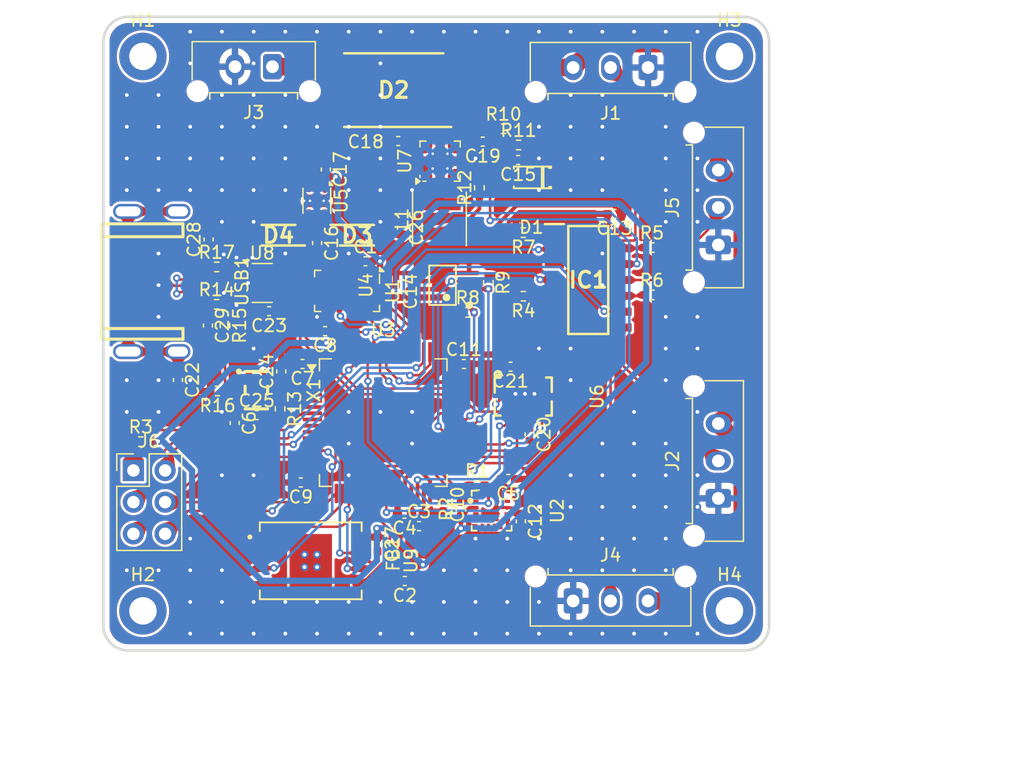
<source format=kicad_pcb>
(kicad_pcb (version 20240108) (generator "pcbnew") (generator_version "8.0")
  (layers (0 "F.Cu" mixed) (31 "B.Cu" mixed) (34 "B.Paste" user) (35 "F.Paste" user) (36 "B.SilkS" user "B.Silkscreen") (37 "F.SilkS" user "F.Silkscreen") (38 "B.Mask" user) (39 "F.Mask" user) (44 "Edge.Cuts" user))
  (net 0 "")
  (net 1 "+3.3V")
  (net 2 "HSE_IN")
  (net 3 "Net-(U2-CAP)")
  (net 4 "+3.3VA")
  (net 5 "nRST")
  (net 6 "Net-(USB1-EH)")
  (net 7 "VBUS")
  (net 8 "VBAT+")
  (net 9 "SERVO_A")
  (net 10 "SERVO_B")
  (net 11 "PWM_A")
  (net 12 "PWM_C")
  (net 13 "SERVO_C")
  (net 14 "PWM_B")
  (net 15 "PWM_D")
  (net 16 "SERVO_D")
  (net 17 "BCD")
  (net 18 "MMC5983MA_SDA")
  (net 19 "MMC5983MA_SCL")
  (net 20 "TMP275_SDA")
  (net 21 "TMP275_SCL")
  (net 22 "Net-(USB1-CC2)")
  (net 23 "Net-(USB1-CC1)")
  (net 24 "BOOT0")
  (net 25 "SWDIO")
  (net 26 "SWCLK")
  (net 27 "COMPANION_TX")
  (net 28 "COMPANION_RX")
  (net 35 "MMC5983MA_INT")
  (net 38 "MS5607_SCLK")
  (net 39 "MS5607_NSS")
  (net 40 "MS5607_MOSI")
  (net 41 "MS5607_MISO")
  (net 42 "W25Q_HOLD")
  (net 43 "W25Q_WP")
  (net 44 "W25Q_SCK")
  (net 45 "W25Q_NSS")
  (net 46 "W25Q_MOSI")
  (net 47 "W25Q_MISO")
  (net 48 "BMI088_MOSI")
  (net 49 "BMI088_ACCEL_INT")
  (net 50 "BMI088_SCLK")
  (net 51 "BMI088_MISO")
  (net 52 "BMI088_GYRO_INT")
  (net 53 "BMI088_GYRO_CS")
  (net 54 "BMI088_ACCEL_CS")
  (net 55 "USB_DP")
  (net 56 "D-")
  (net 57 "D+")
  (net 60 "BAT_LEVEL")
  (net 61 "VBAT-")
  (net 70 "Net-(D2-A)")
  (net 71 "USB_DN")
  (net 73 "/PWM_PD")
  (net 76 "Net-(U7-SS{slash}TR)")
  (net 77 "Net-(L1-Pad2)")
  (net 78 "Net-(U7-PG)")
  (net 82 "TMP275_ALERT")
  (net 86 "+5V")
  (net 87 "Net-(D3-K)")
  (footprint "EasyEDA:USB-C-SMD_TYPE-C3.1-02" (layer "F.Cu") (at 106.1425 97.42 -90)
    (property "Reference" "USB1")
    (property "Value" "C169130")
  )
  (footprint "Connector_PinHeader_2.54mm:PinHeader_2x03_P2.54mm_Vertical" (layer "F.Cu") (at 104.01 112.57)
    (property "Reference" "J6")
    (property "Value" "Conn_02x03_Counter_Clockwise")
  )
  (footprint "MountingHole:MountingHole_2.2mm_M2_DIN965_Pad" (layer "F.Cu") (at 104.775 79.375)
    (property "Reference" "H1")
    (property "Value" "MountingHole")
  )
  (footprint "Package_LGA:LGA-8_3x5mm_P1.25mm" (layer "F.Cu") (at 121.125 98.175 -90)
    (property "Reference" "U1")
    (property "Value" "MS5607-02BA")
  )
  (footprint "Capacitor_SMD:C_0402_1005Metric_Pad0.74x0.62mm_HandSolder" (layer "F.Cu") (at 125.7325 116.0325 180)
    (property "Reference" "C4")
    (property "Value" "1uF")
  )
  (footprint "Capacitor_SMD:C_0402_1005Metric_Pad0.74x0.62mm_HandSolder" (layer "F.Cu") (at 134.832 87.6775 180)
    (property "Reference" "C15")
    (property "Value" "100nF")
  )
  (footprint "Resistor_SMD:R_0402_1005Metric_Pad0.72x0.64mm_HandSolder" (layer "F.Cu") (at 131.7295 89.9075 90)
    (property "Reference" "R12")
    (property "Value" "100k")
  )
  (footprint "Connector_Molex:Molex_Micro-Fit_3.0_43650-0215_1x02_P3.00mm_Vertical" (layer "F.Cu") (at 115.15 80.2 180)
    (property "Reference" "J3")
    (property "Value" "Molex Microfit")
  )
  (footprint "MountingHole:MountingHole_2.2mm_M2_DIN965_Pad" (layer "F.Cu") (at 151.765 123.825)
    (property "Reference" "H4")
    (property "Value" "MountingHole")
  )
  (footprint "Capacitor_SMD:C_0402_1005Metric_Pad0.74x0.62mm_HandSolder" (layer "F.Cu") (at 113.8925 108.1325)
    (property "Reference" "C25")
    (property "Value" "10pF")
  )
  (footprint "Resistor_SMD:R_0402_1005Metric_Pad0.72x0.64mm_HandSolder" (layer "F.Cu") (at 115.76 107.63 -90)
    (property "Reference" "R13")
    (property "Value" "100k")
  )
  (footprint "Resistor_SMD:R_0402_1005Metric_Pad0.72x0.64mm_HandSolder" (layer "F.Cu") (at 135.2525 98.6 180)
    (property "Reference" "R4")
    (property "Value" "470R")
  )
  (footprint "EasyEDA:VSSOP-8_L3.0-W3.0-P0.65-LS5.0-BL" (layer "F.Cu") (at 128.78 97.72 90)
    (property "Reference" "U4")
    (property "Value" "TMP275AIDGKR VSSOP8")
  )
  (footprint "Capacitor_SMD:C_0402_1005Metric" (layer "F.Cu") (at 134.23 104.25 180)
    (property "Reference" "C21")
    (property "Value" "100nF")
  )
  (footprint "Capacitor_SMD:C_0402_1005Metric_Pad0.74x0.62mm_HandSolder" (layer "F.Cu") (at 125.7575 121.4325 180)
    (property "Reference" "C2")
    (property "Value" "1uF")
  )
  (footprint "Capacitor_SMD:C_0402_1005Metric_Pad0.74x0.62mm_HandSolder" (layer "F.Cu") (at 110.0325 94.05 90)
    (property "Reference" "C28")
    (property "Value" "10uF")
  )
  (footprint "Capacitor_SMD:C_0402_1005Metric_Pad0.74x0.62mm_HandSolder" (layer "F.Cu") (at 119.4295 88.44 -90)
    (property "Reference" "C17")
    (property "Value" "2.2uF")
  )
  (footprint "MountingHole:MountingHole_2.2mm_M2_DIN965_Pad" (layer "F.Cu") (at 151.765 79.375)
    (property "Reference" "H3")
    (property "Value" "MountingHole")
  )
  (footprint "EasyEDA:SOD-123_L2.8-W1.8-LS3.7-RD" (layer "F.Cu") (at 135.8995 89.0775 180)
    (property "Reference" "D1")
    (property "Value" "MMSZ4683T1G")
  )
  (footprint "Capacitor_SMD:C_0402_1005Metric_Pad0.74x0.62mm_HandSolder" (layer "F.Cu") (at 130.4925 104.0325)
    (property "Reference" "C11")
    (property "Value" "100nF")
  )
  (footprint "Resistor_SMD:R_0402_1005Metric_Pad0.72x0.64mm_HandSolder" (layer "F.Cu") (at 130.25 115.65 90)
    (property "Reference" "R2")
    (property "Value" "4.7k")
  )
  (footprint "Samacsys:SODFL3616X98N" (layer "F.Cu") (at 115.6295 93.7075 180)
    (property "Reference" "D4")
    (property "Value" "NRVB120VLSFT1G" (hide yes))
  )
  (footprint "Package_DFN_QFN:VQFN-16-1EP_3x3mm_P0.5mm_EP1.68x1.68mm_ThermalVias" (layer "F.Cu") (at 128.5795 87.77 90)
    (property "Reference" "U7")
    (property "Value" "TPS62153")
  )
  (footprint "Capacitor_SMD:C_0402_1005Metric_Pad0.74x0.62mm_HandSolder" (layer "F.Cu") (at 134.05 113.25 180)
    (property "Reference" "C5")
    (property "Value" "1uF")
  )
  (footprint "Capacitor_SMD:C_0402_1005Metric_Pad0.74x0.62mm_HandSolder" (layer "F.Cu") (at 114.8825 99.8 180)
    (property "Reference" "C23")
    (property "Value" "10uF")
  )
  (footprint "Capacitor_SMD:C_0402_1005Metric_Pad0.74x0.62mm_HandSolder" (layer "F.Cu") (at 128.825 115.3 -90)
    (property "Reference" "C10")
    (property "Value" "100nF")
  )
  (footprint "Capacitor_SMD:C_0402_1005Metric_Pad0.74x0.62mm_HandSolder" (layer "F.Cu") (at 125.5295 93.1075 -90)
    (property "Reference" "C26")
    (property "Value" "22uF")
  )
  (footprint "Connector_Molex:Molex_Micro-Fit_3.0_43650-0315_1x03_P3.00mm_Vertical" (layer "F.Cu") (at 150.876 114.808 90)
    (property "Reference" "J2")
    (property "Value" "Molex Microfit")
  )
  (footprint "Inductor_SMD:L_Coilcraft_XxL4020" (layer "F.Cu") (at 128.5295 92.4075 90)
    (property "Reference" "L1")
    (property "Value" "2.2uH")
  )
  (footprint "Samacsys:DIOM7959X262N" (layer "F.Cu") (at 124.8645 82.0775 180)
    (property "Reference" "D2")
    (property "Value" "SS34" (hide yes))
  )
  (footprint "Resistor_SMD:R_0402_1005Metric_Pad0.72x0.64mm_HandSolder" (layer "F.Cu") (at 104.6025 110.26)
    (property "Reference" "R3")
    (property "Value" "10k")
  )
  (footprint "Resistor_SMD:R_0402_1005Metric_Pad0.72x0.64mm_HandSolder" (layer "F.Cu") (at 135.25 93.5 180)
    (property "Reference" "R7")
    (property "Value" "470R")
  )
  (footprint "Capacitor_SMD:C_0402_1005Metric_Pad0.74x0.62mm_HandSolder" (layer "F.Cu") (at 119.3713 101.4 180)
    (property "Reference" "C8")
    (property "Value" "100nF")
  )
  (footprint "EasyEDA:OSC-SMD_4P-L2.0-W1.6-BL_1XXD" (layer "F.Cu") (at 113.86 106.1325 -90)
    (property "Reference" "X1")
    (property "Value" "1XXD32000MBA")
  )
  (footprint "Package_QFP:LQFP-64_10x10mm_P0.5mm" (layer "F.Cu") (at 124.025 108.7325)
    (property "Reference" "U3")
    (property "Value" "STM32G431RBTx")
  )
  (footprint "Connector_Molex:Molex_Micro-Fit_3.0_43650-0315_1x03_P3.00mm_Vertical" (layer "F.Cu") (at 145.24 80.264 180)
    (property "Reference" "J1")
    (property "Value" "Molex Microfit")
  )
  (footprint "Capacitor_SMD:C_0402_1005Metric" (layer "F.Cu") (at 135.75 109.67 -90)
    (property "Reference" "C20")
    (property "Value" "100nF")
  )
  (footprint "Capacitor_SMD:C_0402_1005Metric_Pad0.74x0.62mm_HandSolder" (layer "F.Cu") (at 115.86 104.6325 90)
    (property "Reference" "C24")
    (property "Value" "100nF")
  )
  (footprint "Resistor_SMD:R_0402_1005Metric_Pad0.72x0.64mm_HandSolder" (layer "F.Cu") (at 111.35 100.9475 -90)
    (property "Reference" "R15")
    (property "Value" "10k")
  )
  (footprint "Capacitor_SMD:C_0402_1005Metric_Pad0.74x0.62mm_HandSolder" (layer "F.Cu") (at 135.05 116.65 -90)
    (property "Reference" "C12")
    (property "Value" "10uF")
  )
  (footprint "Capacitor_SMD:C_0402_1005Metric_Pad0.74x0.62mm_HandSolder" (layer "F.Cu") (at 109.9825 100.95 -90)
    (property "Reference" "C29")
    (property "Value" "10uF")
  )
  (footprint "Connector_Molex:Molex_Micro-Fit_3.0_43650-0315_1x03_P3.00mm_Vertical" (layer "F.Cu") (at 150.876 94.488 90)
    (property "Reference" "J5")
    (property "Value" "Molex Microfit")
  )
  (footprint "Package_SON:WSON-6-1EP_2x2mm_P0.65mm_EP1x1.6mm_ThermalVias" (layer "F.Cu") (at 118.7045 90.9525 -90)
    (property "Reference" "U5")
    (property "Value" "LP5912Q3.3DRVRQ1")
  )
  (footprint "Connector_Molex:Molex_Micro-Fit_3.0_43650-0315_1x03_P3.00mm_Vertical" (layer "F.Cu") (at 139.24 123.029)
    (property "Reference" "J4")
    (property "Value" "Molex Microfit")
  )
  (footprint "Capacitor_SMD:C_0402_1005Metric_Pad0.74x0.62mm_HandSolder" (layer "F.Cu") (at 131.997 86.2075 180)
    (property "Reference" "C19")
    (property "Value" "3.3pF")
  )
  (footprint "Capacitor_SMD:C_0402_1005Metric_Pad0.74x0.62mm_HandSolder" (layer "F.Cu") (at 117.425 113.5325 180)
    (property "Reference" "C9")
    (property "Value" "100nF")
  )
  (footprint "Resistor_SMD:R_0402_1005Metric" (layer "F.Cu") (at 130.8 99.9)
    (property "Reference" "R8")
    (property "Value" "2.2k")
  )
  (footprint "MountingHole:MountingHole_2.2mm_M2_DIN965_Pad" (layer "F.Cu") (at 104.775 123.825)
    (property "Reference" "H2")
    (property "Value" "MountingHole")
  )
  (footprint "Resistor_SMD:R_0402_1005Metric_Pad0.72x0.64mm_HandSolder" (layer "F.Cu") (at 131.55 113.7675)
    (property "Reference" "R1")
    (property "Value" "4.7k")
  )
  (footprint "Resistor_SMD:R_0402_1005Metric_Pad0.72x0.64mm_HandSolder" (layer "F.Cu") (at 110.75 106.2 180)
    (property "Reference" "R16")
    (property "Value" "22k")
  )
  (footprint "EasyEDA:LGA-16_L3.0-W3.0-P0.50-BL_SQ" (layer "F.Cu") (at 132.71 115.8 -90)
    (property "Reference" "U2")
    (property "Value" "MMC5983MA")
  )
  (footprint "EasyEDA:WSON-8_L8.0-W6.10-P1.27-BL-EP" (layer "F.Cu") (at 118.22 119.8125 -90)
    (property "Reference" "U9")
    (property "Value" "W25Q256JVEIQTR")
  )
  (footprint "Capacitor_SMD:C_0402_1005Metric_Pad0.74x0.62mm_HandSolder" (layer "F.Cu") (at 125.2295 86.1575)
    (property "Reference" "C18")
    (property "Value" "10uF")
  )
  (footprint "Capacitor_SMD:C_0402_1005Metric_Pad0.74x0.62mm_HandSolder" (layer "F.Cu") (at 123.571 118.491 -90)
    (property "Reference" "C27")
    (property "Value" "100nF")
  )
  (footprint "Capacitor_SMD:C_0402_1005Metric_Pad0.74x0.62mm_HandSolder" (layer "F.Cu") (at 126.8925 117.0325)
    (property "Reference" "C3")
    (property "Value" "10nF")
  )
  (footprint "Resistor_SMD:R_0402_1005Metric_Pad0.72x0.64mm_HandSolder" (layer "F.Cu") (at 145.5525 94.7)
    (property "Reference" "R5")
    (property "Value" "470R")
  )
  (footprint "Resistor_SMD:R_0402_1005Metric_Pad0.72x0.64mm_HandSolder" (layer "F.Cu") (at 134.867 86.4775)
    (property "Reference" "R11")
    (property "Value" "47k")
  )
  (footprint "Inductor_SMD:L_0603_1608Metric_Pad1.05x0.95mm_HandSolder" (layer "F.Cu") (at 126.2575 119.2575 90)
    (property "Reference" "FB1")
    (property "Value" "100R")
  )
  (footprint "EasyEDA:LGA-16_L4.5-W3.0-P0.50-BL" (layer "F.Cu") (at 135.25 106.65 -90)
    (property "Reference" "U6")
    (property "Value" "BMI088")
  )
  (footprint "Samacsys:SOIC127P600X175-14N" (layer "F.Cu") (at 140.4525 97.3)
    (property "Reference" "IC1")
    (property "Value" "SN74HCT125DR" (hide yes))
  )
  (footprint "Capacitor_SMD:C_0402_1005Metric_Pad0.74x0.62mm_HandSolder" (layer "F.Cu") (at 142.5525 92 180)
    (property "Reference" "C13")
    (property "Value" "100uF")
  )
  (footprint "Resistor_SMD:R_0402_1005Metric_Pad0.72x0.64mm_HandSolder" (layer "F.Cu") (at 133.667 85.1775)
    (property "Reference" "R10")
    (property "Value" "10k")
  )
  (footprint "Capacitor_SMD:C_0402_1005Metric_Pad0.74x0.62mm_HandSolder" (layer "F.Cu") (at 112.125 108.765 -90)
    (property "Reference" "C6")
    (property "Value" "100nF")
  )
  (footprint "Capacitor_SMD:C_0402_1005Metric" (layer "F.Cu") (at 125.05 98.2175 -90)
    (property "Reference" "C14")
    (property "Value" "100nF")
  )
  (footprint "Resistor_SMD:R_0402_1005Metric_Pad0.72x0.64mm_HandSolder" (layer "F.Cu") (at 110.6825 99.25)
    (property "Reference" "R14")
    (property "Value" "5.1k")
  )
  (footprint "Package_TO_SOT_SMD:SOT-23-6" (layer "F.Cu") (at 114.3325 97.5375)
    (property "Reference" "U8")
    (property "Value" "USBLC6-2SC6")
  )
  (footprint "Samacsys:SODFL3616X98N" (layer "F.Cu") (at 121.9295 93.7075)
    (property "Reference" "D3")
    (property "Value" "NRVB120VLSFT1G" (hide yes))
  )
  (footprint "Capacitor_SMD:C_0402_1005Metric" (layer "F.Cu") (at 122.6 95.8)
    (property "Reference" "C1")
    (property "Value" "100nF")
  )
  (footprint "Resistor_SMD:R_0402_1005Metric" (layer "F.Cu") (at 132.45 97.5 -90)
    (property "Reference" "R9")
    (property "Value" "2.2k")
  )
  (footprint "Capacitor_SMD:C_0402_1005Metric_Pad0.74x0.62mm_HandSolder" (layer "F.Cu") (at 118.7295 94.34 -90)
    (property "Reference" "C16")
    (property "Value" "100uF")
  )
  (footprint "Resistor_SMD:R_0402_1005Metric_Pad0.72x0.64mm_HandSolder" (layer "F.Cu") (at 145.5525 98.5)
    (property "Reference" "R6")
    (property "Value" "470R")
  )
  (footprint "Capacitor_SMD:C_0402_1005Metric_Pad0.74x0.62mm_HandSolder" (layer "F.Cu") (at 107.5825 105.3175 -90)
    (property "Reference" "C22")
    (property "Value" "1nF")
  )
  (footprint "Capacitor_SMD:C_0402_1005Metric_Pad0.74x0.62mm_HandSolder" (layer "F.Cu") (at 117.5575 104.0325 180)
    (property "Reference" "C7")
    (property "Value" "100nF")
  )
  (footprint "Resistor_SMD:R_0402_1005Metric_Pad0.72x0.64mm_HandSolder" (layer "F.Cu") (at 110.6825 96.25)
    (property "Reference" "R17")
    (property "Value" "5.1k")
  )
  (gr_line (start 152.94 127) (end 103.6 127) (stroke (width 0.2)) (layer "Edge.Cuts"))
  (gr_arc (start 103.6 127) (mid 102.185786 126.414214) (end 101.6 125) (stroke (width 0.2)) (layer "Edge.Cuts"))
  (gr_arc (start 101.6 78.2) (mid 102.185786 76.785786) (end 103.6 76.2) (stroke (width 0.2)) (layer "Edge.Cuts"))
  (gr_arc (start 152.94 76.2) (mid 154.354214 76.785786) (end 154.94 78.2) (stroke (width 0.2)) (layer "Edge.Cuts"))
  (gr_arc (start 154.94 125) (mid 154.354214 126.414214) (end 152.94 127) (stroke (width 0.2)) (layer "Edge.Cuts"))
  (gr_line (start 154.94 78.2) (end 154.94 125) (stroke (width 0.2)) (layer "Edge.Cuts"))
  (gr_line (start 103.6 76.2) (end 152.94 76.2) (stroke (width 0.2)) (layer "Edge.Cuts"))
  (gr_line (start 101.6 125) (end 101.6 78.2) (stroke (width 0.2)) (layer "Edge.Cuts"))
  (segment (start 129.09 98.7) (end 130.29 99.9) (width 0.5) (layer "F.Cu") (net 1))
  (segment (start 105.238 110.222) (end 105.2 110.26) (width 0.5) (layer "F.Cu") (net 1))
  (segment (start 130.375 103.2725) (end 133.920766 103.2725) (width 0.5) (layer "F.Cu") (net 1))
  (segment (start 134.71 104.25) (end 134.71 99.879604) (width 0.5) (layer "F.Cu") (net 1))
  (segment (start 126.2575 121.365) (end 126.325 121.4325) (width 0.5) (layer "F.Cu") (net 1))
  (segment (start 127.775 113.398908) (end 127.044239 112.668147) (width 0.3) (layer "F.Cu") (net 1))
  (segment (start 130.25 116.2475) (end 130.25 117.204) (width 0.3) (layer "F.Cu") (net 1))
  (segment (start 114.372 104.38) (end 114.372 105.1445) (width 0.5) (layer "F.Cu") (net 1))
  (segment (start 125.05 98.6975) (end 126.6475 98.6975) (width 0.5) (layer "F.Cu") (net 1))
  (segment (start 125.775 113.239) (end 125.775 114.4075) (width 0.3) (layer "F.Cu") (net 1))
  (segment (start 133.46 114.54) (end 133.46 113.2725) (width 0.2) (layer "F.Cu") (net 1))
  (segment (start 123 97.1) (end 124.5975 98.6975) (width 0.5) (layer "F.Cu") (net 1))
  (segment (start 126.262 120.128) (end 126.2575 120.1325) (width 0.5) (layer "F.Cu") (net 1))
  (segment (start 124.5975 98.6975) (end 125.05 98.6975) (width 0.5) (layer "F.Cu") (net 1))
  (segment (start 134.75 104.29) (end 134.71 104.25) (width 0.2) (layer "F.Cu") (net 1))
  (segment (start 126.2575 120.1325) (end 126.2575 121.365) (width 0.5) (layer "F.Cu") (net 1))
  (segment (start 133.920766 103.2725) (end 134.71 104.061734) (width 0.5) (layer "F.Cu") (net 1))
  (segment (start 116.0775 104.9825) (end 115.86 105.2) (width 0.2) (layer "F.Cu") (net 1))
  (segment (start 129.925 104.0325) (end 129.925 103.7225) (width 0.5) (layer "F.Cu") (net 1))
  (segment (start 123.516 117.207) (end 123.516 117.8685) (width 0.5) (layer "F.Cu") (net 1))
  (segment (start 120.275 103.0575) (end 120.275 101.7362) (width 0.2) (layer "F.Cu") (net 1))
  (segment (start 130.247 116.2505) (end 130.25 116.2475) (width 0.5) (layer "F.Cu") (net 1))
  (segment (start 130.25 117.204) (end 130.247 117.207) (width 0.3) (layer "F.Cu") (net 1))
  (segment (start 118.35 104.9825) (end 116.0775 104.9825) (width 0.2) (layer "F.Cu") (net 1))
  (segment (start 133.604 98.773604) (end 133.604 97.824001) (width 0.5) (layer "F.Cu") (net 1))
  (segment (start 134.75 105.45) (end 134.75 104.29) (width 0.2) (layer "F.Cu") (net 1))
  (segment (start 134.0815 114.159) (end 133.4825 113.56) (width 0.5) (layer "F.Cu") (net 1))
  (segment (start 133.4825 113.56) (end 133.4825 113.25) (width 0.5) (layer "F.Cu") (net 1))
  (segment (start 118.125 104.7575) (end 118.35 104.9825) (width 0.2) (layer "F.Cu") (net 1))
  (segment (start 123.7925 117.9025) (end 123.8 117.895) (width 0.5) (layer "F.Cu") (net 1))
  (segment (start 129.925 103.7225) (end 130.375 103.2725) (width 0.5) (layer "F.Cu") (net 1))
  (segment (start 135.75 107.85) (end 135.75 109.19) (width 0.3) (layer "F.Cu") (net 1))
  (segment (start 118.125 104.0325) (end 118.125 104.7575) (width 0.2) (layer "F.Cu") (net 1))
  (segment (start 114.46 105.2325) (end 115.8275 105.2325) (width 0.5) (layer "F.Cu") (net 1))
  (segment (start 126.65 98.7) (end 129.09 98.7) (width 0.5) (layer "F.Cu") (net 1))
  (segment (start 119.3545 90.065) (end 119.3545 89.0825) (width 0.5) (layer "F.Cu") (net 1))
  (segment (start 126.6475 98.6975) (end 126.65 98.7) (width 0.5) (layer "F.Cu") (net 1))
  (segment (start 134.819 114.159) (end 134.0815 114.159) (width 0.5) (layer "F.Cu") (net 1))
  (segment (start 134.71 104.061734) (end 134.71 104.25) (width 0.5) (layer "F.Cu") (net 1))
  (segment (start 123.516 117.8685) (end 123.571 117.9235) (width 0.5) (layer "F.Cu") (net 1))
  (segment (start 132.769999 96.99) (end 132.45 96.99) (width 0.5) (layer "F.Cu") (net 1))
  (segment (start 128.825 114.7325) (end 128.1 114.7325) (width 0.3) (layer "F.Cu") (net 1))
  (segment (start 114.372 105.1445) (end 114.46 105.2325) (width 0.5) (layer "F.Cu") (net 1))
  (segment (start 133.46 113.2725) (end 133.4825 113.25) (width 0.2) (layer "F.Cu") (net 1))
  (segment (start 119.9388 101.8612) (end 119.452 102.348) (width 0.2) (layer "F.Cu") (net 1))
  (segment (start 130.9475 115.55) (end 130.25 116.2475) (width 0.3) (layer "F.Cu") (net 1))
  (segment (start 123.77 96.33) (end 123 97.1) (width 0.5) (layer "F.Cu") (net 1))
  (segment (start 122.25 117.9025) (end 123.7925 117.9025) (width 0.5) (layer "F.Cu") (net 1))
  (segment (start 127.775 114.4075) (end 127.775 113.398908) (width 0.3) (layer "F.Cu") (net 1))
  (segment (start 115.8275 105.2325) (end 115.86 105.2) (width 0.5) (layer "F.Cu") (net 1))
  (segment (start 127.044239 112.668147) (end 126.345853 112.668147) (width 0.3) (layer "F.Cu") (net 1))
  (segment (start 123.77 95.8) (end 123.77 96.33) (width 0.5) (layer "F.Cu") (net 1))
  (segment (start 120.214 89.013) (end 119.435 89.013) (width 0.5) (layer "F.Cu") (net 1))
  (segment (start 129.925 104.0325) (end 129.925 100.265) (width 0.5) (layer "F.Cu") (net 1))
  (segment (start 120.275 101.7362) (end 119.9388 101.4) (width 0.2) (layer "F.Cu") (net 1))
  (segment (start 119.435 89.013) (end 119.4295 89.0075) (width 0.5) (layer "F.Cu") (net 1))
  (segment (start 133.604 97.824001) (end 132.769999 96.99) (width 0.5) (layer "F.Cu") (net 1))
  (segment (start 128.1 114.7325) (end 127.775 114.4075) (width 0.3) (layer "F.Cu") (net 1))
  (segment (start 119.3545 89.0825) (end 119.4295 89.0075) (width 0.5) (layer "F.Cu") (net 1))
  (segment (start 126.345853 112.668147) (end 125.775 113.239) (width 0.3) (layer "F.Cu") (net 1))
  (segment (start 129.7 104.9825) (end 129.7 104.2575) (width 0.2) (layer "F.Cu") (net 1))
  (segment (start 127.199 120.128) (end 126.262 120.128) (width 0.5) (layer "F.Cu") (net 1))
  (segment (start 134.71 99.879604) (end 133.604 98.773604) (width 0.5) (layer "F.Cu") (net 1))
  (segment (start 105.99 110.222) (end 105.238 110.222) (width 0.5) (layer "F.Cu") (net 1))
  (segment (start 119.9388 101.4) (end 119.9388 101.8612) (width 0.2) (layer "F.Cu") (net 1))
  (segment (start 129.925 100.265) (end 130.29 99.9) (width 0.5) (layer "F.Cu") (net 1))
  (segment (start 123.08 95.8) (end 123.77 95.8) (width 0.5) (layer "F.Cu") (net 1))
  (segment (start 131.45 115.55) (end 130.9475 115.55) (width 0.3) (layer "F.Cu") (net 1))
  (segment (start 129.7 104.2575) (end 129.925 104.0325) (width 0.2) (layer "F.Cu") (net 1))
  (via (at 123.516 117.207) (size 0.6) (drill 0.3) (layers "F.Cu" "B.Cu") (net 1))
  (via (at 120.214 89.013) (size 0.6) (drill 0.3) (layers "F.Cu" "B.Cu") (net 1))
  (via (at 123.77 95.8) (size 0.6) (drill 0.3) (layers "F.Cu" "B.Cu") (net 1))
  (via (at 119.452 102.348) (size 0.6) (drill 0.3) (layers "F.Cu" "B.Cu") (net 1))
  (via (at 105.99 110.222) (size 0.6) (drill 0.3) (layers "F.Cu" "B.Cu") (net 1))
  (via (at 127.199 120.128) (size 0.6) (drill 0.3) (layers "F.Cu" "B.Cu") (net 1))
  (via (at 134.819 114.159) (size 0.6) (drill 0.3) (layers "F.Cu" "B.Cu") (net 1))
  (via (at 130.247 117.207) (size 0.6) (drill 0.3) (layers "F.Cu" "B.Cu") (net 1))
  (via (at 114.372 104.38) (size 0.6) (drill 0.3) (layers "F.Cu" "B.Cu") (net 1))
  (segment (start 134.819 115.429) (end 134.819 114.159) (width 0.5) (layer "B.Cu") (net 1))
  (segment (start 119.452 102.348) (end 116.404 102.348) (width 0.5) (layer "B.Cu") (net 1))
  (segment (start 106.353239 110.222) (end 105.99 110.222) (width 0.5) (layer "B.Cu") (net 1))
  (segment (start 124.278 117.207) (end 127.199 120.128) (width 0.5) (layer "B.Cu") (net 1))
  (segment (start 127.326 120.128) (end 130.247 117.207) (width 0.5) (layer "B.Cu") (net 1))
  (segment (start 108.712 115.824) (end 108.712 112.580761) (width 0.5) (layer "B.Cu") (net 1))
  (segment (start 120.396 89.195) (end 120.214 89.013) (width 0.5) (layer "B.Cu") (net 1))
  (segment (start 145.094 93.319) (end 142.947 91.172) (width 0.5) (layer "B.Cu") (net 1))
  (segment (start 121.92 121.412) (end 114.3 121.412) (width 0.5) (layer "B.Cu") (net 1))
  (segment (start 116.404 102.348) (end 114.372 104.38) (width 0.5) (layer "B.Cu") (net 1))
  (segment (start 123.516 117.207) (end 124.278 117.207) (width 0.5) (layer "B.Cu") (net 1))
  (segment (start 120.396 92.426) (end 120.396 89.195) (width 0.5) (layer "B.Cu") (net 1))
  (segment (start 108.712 112.580761) (end 106.353239 110.222) (width 0.5) (layer "B.Cu") (net 1))
  (segment (start 114.3 121.412) (end 108.712 115.824) (width 0.5) (layer "B.Cu") (net 1))
  (segment (start 142.947 91.172) (end 128.398 91.172) (width 0.5) (layer "B.Cu") (net 1))
  (segment (start 111.832 104.38) (end 114.372 104.38) (width 0.5) (layer "B.Cu") (net 1))
  (segment (start 123.516 119.816) (end 121.92 121.412) (width 0.5) (layer "B.Cu") (net 1))
  (segment (start 127.199 120.128) (end 127.326 120.128) (width 0.5) (layer "B.Cu") (net 1))
  (segment (start 123.516 117.207) (end 123.516 119.816) (width 0.5) (layer "B.Cu") (net 1))
  (segment (start 133.041 117.207) (end 134.819 115.429) (width 0.5) (layer "B.Cu") (net 1))
  (segment (start 128.398 91.172) (end 123.77 95.8) (width 0.5) (layer "B.Cu") (net 1))
  (segment (start 105.99 110.222) (end 111.832 104.38) (width 0.5) (layer "B.Cu") (net 1))
  (segment (start 134.819 114.159) (end 145.094 103.884) (width 0.5) (layer "B.Cu") (net 1))
  (segment (start 145.094 103.884) (end 145.094 93.319) (width 0.5) (layer "B.Cu") (net 1))
  (segment (start 130.247 117.207) (end 133.041 117.207) (width 0.5) (layer "B.Cu") (net 1))
  (segment (start 123.77 95.8) (end 120.396 92.426) (width 0.5) (layer "B.Cu") (net 1))
  (segment (start 114.46 107.0325) (end 115.76 107.0325) (width 0.2) (layer "F.Cu") (net 2))
  (segment (start 115.76 107.0325) (end 118.3 107.0325) (width 0.2) (layer "F.Cu") (net 2))
  (segment (start 118.3 107.0325) (end 118.35 106.9825) (width 0.2) (layer "F.Cu") (net 2))
  (segment (start 114.46 108.1325) (end 114.46 107.0325) (width 0.2) (layer "F.Cu") (net 2))
  (segment (start 134.0025 116.0825) (end 133.97 116.05) (width 0.2) (layer "F.Cu") (net 3))
  (segment (start 135.05 116.0825) (end 134.0025 116.0825) (width 0.2) (layer "F.Cu") (net 3))
  (segment (start 126.325 117.0325) (end 126.325 116.0575) (width 0.2) (layer "F.Cu") (net 4))
  (segment (start 126.325 116.0575) (end 126.3 116.0325) (width 0.2) (layer "F.Cu") (net 4))
  (segment (start 126.275 114.4075) (end 126.275 116.0075) (width 0.2) (layer "F.Cu") (net 4))
  (segment (start 126.2575 117.1) (end 126.325 117.0325) (width 0.2) (layer "F.Cu") (net 4))
  (segment (start 126.2575 118.3825) (end 126.2575 117.1) (width 0.2) (layer "F.Cu") (net 4))
  (segment (start 126.275 116.0075) (end 126.3 116.0325) (width 0.2) (layer "F.Cu") (net 4))
  (segment (start 117.54259 107.9825) (end 118.35 107.9825) (width 0.2) (layer "F.Cu") (net 5))
  (segment (start 116.19259 109.3325) (end 117.54259 107.9825) (width 0.2) (layer "F.Cu") (net 5))
  (segment (start 112.125 109.3325) (end 116.19259 109.3325) (width 0.2) (layer "F.Cu") (net 5))
  (segment (start 104.9325 109.3325) (end 112.125 109.3325) (width 0.2) (layer "F.Cu") (net 5))
  (segment (start 104.01 110.265) (end 104.005 110.26) (width 0.2) (layer "F.Cu") (net 5))
  (segment (start 104.005 110.26) (end 104.9325 109.3325) (width 0.2) (layer "F.Cu") (net 5))
  (segment (start 104.01 112.57) (end 104.01 110.265) (width 0.2) (layer "F.Cu") (net 5))
  (segment (start 103.5825 91.8) (end 107.5825 91.8) (width 0.2) (layer "F.Cu") (net 6))
  (segment (start 107.5825 103.04) (end 107.5825 104.75) (width 0.2) (layer "F.Cu") (net 6))
  (segment (start 103.5825 103.04) (end 107.5825 103.04) (width 0.2) (layer "F.Cu") (net 6))
  (segment (start 103.5825 103.04) (end 103.5825 91.8) (width 0.2) (layer "F.Cu") (net 6))
  (segment (start 114.807501 97.5375) (end 115.47 97.5375) (width 0.2) (layer "F.Cu") (net 7))
  (segment (start 114.5075 96.928052) (end 115.116948 97.5375) (width 0.2) (layer "F.Cu") (net 7))
  (segment (start 110.0325 94.6175) (end 113.2195 94.6175) (width 0.2) (layer "F.Cu") (net 7))
  (segment (start 109.66 100.06) (end 109.9825 100.3825) (width 0.2) (layer "F.Cu") (net 7))
  (segment (start 114.315 99.8) (end 114.315 98.030001) (width 0.2) (layer "F.Cu") (net 7))
  (segment (start 111.3175 100.3825) (end 111.35 100.35) (width 0.2) (layer "F.Cu") (net 7))
  (segment (start 114.315 98.030001) (end 114.807501 97.5375) (width 0.2) (layer "F.Cu") (net 7))
  (segment (start 109.39 95.26) (end 110.0325 94.6175) (width 0.2) (layer "F.Cu") (net 7))
  (segment (start 114.5075 94.0855) (end 114.5075 96.928052) (width 0.2) (layer "F.Cu") (net 7))
  (segment (start 111.35 100.35) (end 113.765 100.35) (width 0.2) (layer "F.Cu") (net 7))
  (segment (start 115.116948 97.5375) (end 115.47 97.5375) (width 0.2) (layer "F.Cu") (net 7))
  (segment (start 109.9825 100.3825) (end 111.3175 100.3825) (width 0.2) (layer "F.Cu") (net 7))
  (segment (start 108.7025 100.06) (end 109.66 100.06) (width 0.2) (layer "F.Cu") (net 7))
  (segment (start 113.2195 94.6175) (end 114.1295 93.7075) (width 0.2) (layer "F.Cu") (net 7))
  (segment (start 109.9825 100.3825) (end 113.7325 100.3825) (width 0.2) (layer "F.Cu") (net 7))
  (segment (start 113.7325 100.3825) (end 114.315 99.8) (width 0.2) (layer "F.Cu") (net 7))
  (segment (start 114.1295 93.7075) (end 114.5075 94.0855) (width 0.2) (layer "F.Cu") (net 7))
  (segment (start 113.765 100.35) (end 114.315 99.8) (width 0.2) (layer "F.Cu") (net 7))
  (segment (start 108.7025 95.26) (end 109.39 95.26) (width 0.2) (layer "F.Cu") (net 7))
  (segment (start 152.586 90.198) (end 150.876 88.488) (width 1) (layer "F.Cu") (net 8))
  (segment (start 139.24 80.264) (end 130.128 80.264) (width 1) (layer "F.Cu") (net 8))
  (segment (start 150.876 88.488) (end 150.876 82.804) (width 1) (layer "F.Cu") (net 8))
  (segment (start 140.95 78.554) (end 139.24 80.264) (width 1) (layer "F.Cu") (net 8))
  (segment (start 152.586 119.194) (end 152.586 110.518) (width 1) (layer "F.Cu") (net 8))
  (segment (start 146.626 78.554) (end 140.95 78.554) (width 1) (layer "F.Cu") (net 8))
  (segment (start 148.751 123.029) (end 152.586 119.194) (width 1) (layer "F.Cu") (net 8))
  (segment (start 152.586 107.098) (end 152.586 90.198) (width 1) (layer "F.Cu") (net 8))
  (segment (start 150.876 108.808) (end 152.586 107.098) (width 1) (layer "F.Cu") (net 8))
  (segment (start 130.128 80.264) (end 128.3145 82.0775) (width 1) (layer "F.Cu") (net 8))
  (segment (start 145.24 123.029) (end 148.751 123.029) (width 1) (layer "F.Cu") (net 8))
  (segment (start 152.586 110.518) (end 150.876 108.808) (width 1) (layer "F.Cu") (net 8))
  (segment (start 150.876 82.804) (end 146.626 78.554) (width 1) (layer "F.Cu") (net 8))
  (segment (start 140.208 94.135) (end 144.117 94.135) (width 0.2) (layer "F.Cu") (net 9))
  (segment (start 144.227 94.025) (end 144.227 82.251) (width 0.2) (layer "F.Cu") (net 9))
  (segment (start 144.227 82.251) (end 142.24 80.264) (width 0.2) (layer "F.Cu") (net 9))
  (segment (start 144.117 94.135) (end 144.227 94.025) (width 0.2) (layer "F.Cu") (net 9))
  (segment (start 137.7405 96.03) (end 138.313 96.03) (width 0.2) (layer "F.Cu") (net 9))
  (segment (start 138.313 96.03) (end 140.208 94.135) (width 0.2) (layer "F.Cu") (net 9))
  (segment (start 142.24 103.737685) (end 142.24 123.029) (width 0.2) (layer "F.Cu") (net 10))
  (segment (start 138.342315 99.84) (end 142.24 103.737685) (width 0.2) (layer "F.Cu") (net 10))
  (segment (start 137.7405 99.84) (end 138.342315 99.84) (width 0.2) (layer "F.Cu") (net 10))
  (segment (start 137.6455 94.855) (end 137.7405 94.76) (width 0.2) (layer "F.Cu") (net 11))
  (segment (start 123.275 103.0575) (end 123.275 101.986777) (width 0.2) (layer "F.Cu") (net 11))
  (segment (start 136.47 94.855) (end 137.6455 94.855) (width 0.2) (layer "F.Cu") (net 11))
  (segment (start 123.275 101.986777) (end 123.386042 101.875735) (width 0.2) (layer "F.Cu") (net 11))
  (via (at 123.386042 101.875735) (size 0.6) (drill 0.3) (layers "F.Cu" "B.Cu") (net 11))
  (via (at 136.47 94.855) (size 0.6) (drill 0.3) (layers "F.Cu" "B.Cu") (net 11))
  (segment (start 125.675 96.633) (end 127.453 94.855) (width 0.2) (layer "B.Cu") (net 11))
  (segment (start 123.386042 101.875735) (end 124.741422 101.875735) (width 0.2) (layer "B.Cu") (net 11))
  (segment (start 124.741422 101.875735) (end 125.675 100.942157) (width 0.2) (layer "B.Cu") (net 11))
  (segment (start 125.675 100.942157) (end 125.675 96.633) (width 0.2) (layer "B.Cu") (net 11))
  (segment (start 127.453 94.855) (end 136.47 94.855) (width 0.2) (layer "B.Cu") (net 11))
  (segment (start 124.275 103.0575) (end 124.275 104.371684) (width 0.2) (layer "F.Cu") (net 12))
  (segment (start 143.132098 99.807598) (end 143.1645 99.84) (width 0.2) (layer "F.Cu") (net 12))
  (segment (start 141.732 99.807598) (end 143.132098 99.807598) (width 0.2) (layer "F.Cu") (net 12))
  (segment (start 124.275 104.371684) (end 125.294 105.390684) (width 0.2) (layer "F.Cu") (net 12))
  (via (at 141.732 99.807598) (size 0.6) (drill 0.3) (layers "F.Cu" "B.Cu") (net 12))
  (via (at 125.294 105.390684) (size 0.6) (drill 0.3) (layers "F.Cu" "B.Cu") (net 12))
  (segment (start 125.456379 105.553063) (end 125.294 105.390684) (width 0.2) (layer "B.Cu") (net 12))
  (segment (start 126.470938 105.553063) (end 125.456379 105.553063) (width 0.2) (layer "B.Cu") (net 12))
  (segment (start 127.326 104.698001) (end 126.470938 105.553063) (width 0.2) (layer "B.Cu") (net 12))
  (segment (start 138.176402 96.252) (end 128.723 96.252) (width 0.2) (layer "B.Cu") (net 12))
  (segment (start 128.723 96.252) (end 127.326 97.649) (width 0.2) (layer "B.Cu") (net 12))
  (segment (start 127.326 97.649) (end 127.326 104.698001) (width 0.2) (layer "B.Cu") (net 12))
  (segment (start 141.732 99.807598) (end 138.176402 96.252) (width 0.2) (layer "B.Cu") (net 12))
  (segment (start 143.1645 101.11) (end 143.1645 104.0965) (width 0.2) (layer "F.Cu") (net 13))
  (segment (start 143.1645 104.0965) (end 150.876 111.808) (width 0.2) (layer "F.Cu") (net 13))
  (segment (start 136.597 97.268) (end 137.7085 97.268) (width 0.2) (layer "F.Cu") (net 14))
  (segment (start 137.7085 97.268) (end 137.7405 97.3) (width 0.2) (layer "F.Cu") (net 14))
  (segment (start 123.775 103.0575) (end 123.775 104.720211) (width 0.2) (layer "F.Cu") (net 14))
  (segment (start 123.775 104.720211) (end 124.462289 105.4075) (width 0.2) (layer "F.Cu") (net 14))
  (via (at 136.597 97.268) (size 0.6) (drill 0.3) (layers "F.Cu" "B.Cu") (net 14))
  (via (at 124.462289 105.4075) (size 0.6) (drill 0.3) (layers "F.Cu" "B.Cu") (net 14))
  (segment (start 128.025001 98.02647) (end 129.291471 96.76) (width 0.2) (layer "B.Cu") (net 14))
  (segment (start 128.025001 98.792) (end 128.025001 98.02647) (width 0.2) (layer "B.Cu") (net 14))
  (segment (start 136.089 96.76) (end 136.597 97.268) (width 0.2) (layer "B.Cu") (net 14))
  (segment (start 128.025001 104.634) (end 128.025001 98.792) (width 0.2) (layer "B.Cu") (net 14))
  (segment (start 126.668317 105.990684) (end 128.025001 104.634) (width 0.2) (layer "B.Cu") (net 14))
  (segment (start 125.045473 105.990684) (end 126.668317 105.990684) (width 0.2) (layer "B.Cu") (net 14))
  (segment (start 124.462289 105.4075) (end 125.045473 105.990684) (width 0.2) (layer "B.Cu") (net 14))
  (segment (start 129.291471 96.76) (end 136.089 96.76) (width 0.2) (layer "B.Cu") (net 14))
  (segment (start 122.6312 101.475735) (end 122.049355 101.475735) (width 0.2) (layer "F.Cu") (net 15))
  (segment (start 143.1965 95.998) (end 143.1645 96.03) (width 0.2) (layer "F.Cu") (net 15))
  (segment (start 122.049355 101.475735) (end 121.275 102.25009) (width 0.2) (layer "F.Cu") (net 15))
  (segment (start 144.344 95.998) (end 143.1965 95.998) (width 0.2) (layer "F.Cu") (net 15))
  (segment (start 121.275 102.25009) (end 121.275 103.0575) (width 0.2) (layer "F.Cu") (net 15))
  (via (at 122.6312 101.475735) (size 0.6) (drill 0.3) (layers "F.Cu" "B.Cu") (net 15))
  (via (at 144.344 95.998) (size 0.6) (drill 0.3) (layers "F.Cu" "B.Cu") (net 15))
  (segment (start 125.04 101.011471) (end 125.04 96.506) (width 0.2) (layer "B.Cu") (net 15))
  (segment (start 129.612 91.934) (end 142.312 91.934) (width 0.2) (layer "B.Cu") (net 15))
  (segment (start 122.8312 101.275735) (end 123.634571 101.275735) (width 0.2) (layer "B.Cu") (net 15))
  (segment (start 124.575736 101.475735) (end 125.04 101.011471) (width 0.2) (layer "B.Cu") (net 15))
  (segment (start 122.6312 101.475735) (end 122.8312 101.275735) (width 0.2) (layer "B.Cu") (net 15))
  (segment (start 142.312 91.934) (end 144.344 93.966) (width 0.2) (layer "B.Cu") (net 15))
  (segment (start 144.344 93.966) (end 144.344 95.998) (width 0.2) (layer "B.Cu") (net 15))
  (segment (start 125.04 96.506) (end 129.612 91.934) (width 0.2) (layer "B.Cu") (net 15))
  (segment (start 123.834571 101.475735) (end 124.575736 101.475735) (width 0.2) (layer "B.Cu") (net 15))
  (segment (start 123.634571 101.275735) (end 123.834571 101.475735) (width 0.2) (layer "B.Cu") (net 15))
  (segment (start 150.876 92.443256) (end 150.876 91.488) (width 0.2) (layer "F.Cu") (net 16))
  (segment (start 146.019256 97.3) (end 150.876 92.443256) (width 0.2) (layer "F.Cu") (net 16))
  (segment (start 143.1645 97.3) (end 146.019256 97.3) (width 0.2) (layer "F.Cu") (net 16))
  (segment (start 111.2025 101.6025) (end 111.3325 101.6025) (width 0.2) (layer "F.Cu") (net 17))
  (segment (start 111.35 101.545) (end 111.35 106.1975) (width 0.2) (layer "F.Cu") (net 17))
  (segment (start 111.35 106.1975) (end 111.3475 106.2) (width 0.2) (layer "F.Cu") (net 17))
  (segment (start 117.54259 105.4825) (end 118.35 105.4825) (width 0.2) (layer "F.Cu") (net 17))
  (segment (start 111.3475 106.2) (end 116.82509 106.2) (width 0.2) (layer "F.Cu") (net 17))
  (segment (start 116.82509 106.2) (end 117.54259 105.4825) (width 0.2) (layer "F.Cu") (net 17))
  (segment (start 127.75 111.83991) (end 129.67759 113.7675) (width 0.2) (layer "F.Cu") (net 18))
  (segment (start 127.75 108.85) (end 127.75 111.83991) (width 0.2) (layer "F.Cu") (net 18))
  (segment (start 129.7 107.9825) (end 128.6175 107.9825) (width 0.2) (layer "F.Cu") (net 18))
  (segment (start 128.6175 107.9825) (end 127.75 108.85) (width 0.2) (layer "F.Cu") (net 18))
  (segment (start 131.725 114.54) (end 130.9525 113.7675) (width 0.2) (layer "F.Cu") (net 18))
  (segment (start 129.67759 113.7675) (end 130.9525 113.7675) (width 0.2) (layer "F.Cu") (net 18))
  (segment (start 131.96 114.54) (end 131.725 114.54) (width 0.2) (layer "F.Cu") (net 18))
  (segment (start 129.9155 114.1675) (end 129.459702 114.1675) (width 0.2) (layer "F.Cu") (net 19))
  (segment (start 130.25 114.502) (end 129.9155 114.1675) (width 0.2) (layer "F.Cu") (net 19))
  (segment (start 131.45 115.05) (end 130.2525 115.05) (width 0.2) (layer "F.Cu") (net 19))
  (segment (start 122.775 113.60009) (end 122.775 114.4075) (width 0.2) (layer "F.Cu") (net 19))
  (segment (start 130.25 115.0525) (end 130.25 114.502) (width 0.2) (layer "F.Cu") (net 19))
  (segment (start 129.459702 114.1675) (end 127.510349 112.218147) (width 0.2) (layer "F.Cu") (net 19))
  (segment (start 124.156943 112.218147) (end 122.775 113.60009) (width 0.2) (layer "F.Cu") (net 19))
  (segment (start 130.2525 115.05) (end 130.25 115.0525) (width 0.2) (layer "F.Cu") (net 19))
  (segment (start 127.510349 112.218147) (end 124.156943 112.218147) (width 0.2) (layer "F.Cu") (net 19))
  (segment (start 130.971591 108.186935) (end 130.676026 108.4825) (width 0.2) (layer "F.Cu") (net 20))
  (segment (start 130.91 98.7) (end 130.91 99.5) (width 0.2) (layer "F.Cu") (net 20))
  (segment (start 130.676026 108.4825) (end 129.7 108.4825) (width 0.2) (layer "F.Cu") (net 20))
  (segment (start 130.91 99.5) (end 131.31 99.9) (width 0.2) (layer "F.Cu") (net 20))
  (via (at 131.31 99.9) (size 0.6) (drill 0.3) (layers "F.Cu" "B.Cu") (net 20))
  (via (at 130.971591 108.186935) (size 0.6) (drill 0.3) (layers "F.Cu" "B.Cu") (net 20))
  (segment (start 130.971591 108.186935) (end 131.31 107.848526) (width 0.2) (layer "B.Cu") (net 20))
  (segment (start 131.35 99.94) (end 131.31 99.9) (width 0.2) (layer "B.Cu") (net 20))
  (segment (start 131.31 107.848526) (end 131.31 99.9) (width 0.2) (layer "B.Cu") (net 20))
  (segment (start 132.42 98.04) (end 132.45 98.01) (width 0.2) (layer "F.Cu") (net 21))
  (segment (start 131.746552 108.45) (end 131.214052 108.9825) (width 0.2) (layer "F.Cu") (net 21))
  (segment (start 130.91 98.04) (end 132.42 98.04) (width 0.2) (layer "F.Cu") (net 21))
  (segment (start 131.214052 108.9825) (end 129.7 108.9825) (width 0.2) (layer "F.Cu") (net 21))
  (via (at 132.45 98.01) (size 0.6) (drill 0.3) (layers "F.Cu" "B.Cu") (net 21))
  (via (at 131.746552 108.45) (size 0.6) (drill 0.3) (layers "F.Cu" "B.Cu") (net 21))
  (segment (start 132.45 107.746552) (end 132.45 98.01) (width 0.2) (layer "B.Cu") (net 21))
  (segment (start 131.746552 108.45) (end 132.45 107.746552) (width 0.2) (layer "B.Cu") (net 21))
  (segment (start 108.7125 99.25) (end 108.7025 99.26) (width 0.2) (layer "F.Cu") (net 22))
  (segment (start 110.085 99.25) (end 108.7125 99.25) (width 0.2) (layer "F.Cu") (net 22))
  (segment (start 108.7125 96.25) (end 108.7025 96.26) (width 0.2) (layer "F.Cu") (net 23))
  (segment (start 110.085 96.25) (end 108.7125 96.25) (width 0.2) (layer "F.Cu") (net 23))
  (segment (start 115.134 115.81) (end 108.39 115.81) (width 0.2) (layer "F.Cu") (net 24))
  (segment (start 121.268045 104.509425) (end 121.775 104.00247) (width 0.2) (layer "F.Cu") (net 24))
  (segment (start 108.39 115.81) (end 106.55 117.65) (width 0.2) (layer "F.Cu") (net 24))
  (segment (start 121.775 104.00247) (end 121.775 103.0575) (width 0.2) (layer "F.Cu") (net 24))
  (via (at 121.268045 104.509425) (size 0.6) (drill 0.3) (layers "F.Cu" "B.Cu") (net 24))
  (via (at 115.134 115.81) (size 0.6) (drill 0.3) (layers "F.Cu" "B.Cu") (net 24))
  (segment (start 116.734086 109.097314) (end 116.427776 109.097314) (width 0.2) (layer "B.Cu") (net 24))
  (segment (start 121.268045 104.563355) (end 116.734086 109.097314) (width 0.2) (layer "B.Cu") (net 24))
  (segment (start 121.268045 104.509425) (end 121.268045 104.563355) (width 0.2) (layer "B.Cu") (net 24))
  (segment (start 116.076305 114.867695) (end 115.134 115.81) (width 0.2) (layer "B.Cu") (net 24))
  (segment (start 116.076305 109.448785) (end 116.076305 114.867695) (width 0.2) (layer "B.Cu") (net 24))
  (segment (start 116.427776 109.097314) (end 116.076305 109.448785) (width 0.2) (layer "B.Cu") (net 24))
  (segment (start 116.818911 110.484503) (end 116.810408 110.476) (width 0.2) (layer "F.Cu") (net 25))
  (segment (start 106.55 111.694) (end 106.55 112.57) (width 0.2) (layer "F.Cu") (net 25))
  (segment (start 127.775 104.075683) (end 127.775 103.0575) (width 0.2) (layer "F.Cu") (net 25))
  (segment (start 126.918687 104.931996) (end 127.775 104.075683) (width 0.2) (layer "F.Cu") (net 25))
  (segment (start 107.768 110.476) (end 106.55 111.694) (width 0.2) (layer "F.Cu") (net 25))
  (segment (start 126.421629 104.931996) (end 126.918687 104.931996) (width 0.2) (layer "F.Cu") (net 25))
  (segment (start 126.165895 104.953063) (end 126.304296 104.814662) (width 0.2) (layer "F.Cu") (net 25))
  (segment (start 126.304296 104.814662) (end 126.421629 104.931996) (width 0.2) (layer "F.Cu") (net 25))
  (segment (start 116.810408 110.476) (end 107.768 110.476) (width 0.2) (layer "F.Cu") (net 25))
  (via (at 126.165895 104.953063) (size 0.6) (drill 0.3) (layers "F.Cu" "B.Cu") (net 25))
  (via (at 116.818911 110.484503) (size 0.6) (drill 0.3) (layers "F.Cu" "B.Cu") (net 25))
  (segment (start 116.818911 110.484503) (end 122.51273 104.790684) (width 0.2) (layer "B.Cu") (net 25))
  (segment (start 122.51273 104.790684) (end 126.003516 104.790684) (width 0.2) (layer "B.Cu") (net 25))
  (segment (start 126.003516 104.790684) (end 126.165895 104.953063) (width 0.2) (layer "B.Cu") (net 25))
  (segment (start 116.676305 109.697314) (end 116.373619 110) (width 0.2) (layer "F.Cu") (net 26))
  (segment (start 126.67016 104.331996) (end 126.807914 104.331996) (width 0.2) (layer "F.Cu") (net 26))
  (segment (start 104.01 115.11) (end 104.15 115.25) (width 0.2) (layer "F.Cu") (net 26))
  (segment (start 105.4 112.093654) (end 105.4 113.72) (width 0.2) (layer "F.Cu") (net 26))
  (segment (start 116.373619 110) (end 107.493654 110) (width 0.2) (layer "F.Cu") (net 26))
  (segment (start 126.807914 104.331996) (end 127.275 103.86491) (width 0.2) (layer "F.Cu") (net 26))
  (segment (start 107.493654 110) (end 105.4 112.093654) (width 0.2) (layer "F.Cu") (net 26))
  (segment (start 127.275 103.86491) (end 127.275 103.0575) (width 0.2) (layer "F.Cu") (net 26))
  (segment (start 105.4 113.72) (end 104.01 115.11) (width 0.2) (layer "F.Cu") (net 26))
  (via (at 116.676305 109.697314) (size 0.6) (drill 0.3) (layers "F.Cu" "B.Cu") (net 26))
  (via (at 126.67016 104.331996) (size 0.6) (drill 0.3) (layers "F.Cu" "B.Cu") (net 26))
  (segment (start 122.294004 104.331996) (end 126.67016 104.331996) (width 0.2) (layer "B.Cu") (net 26))
  (segment (start 116.928686 109.697314) (end 122.294004 104.331996) (width 0.2) (layer "B.Cu") (net 26))
  (segment (start 116.676305 109.697314) (end 116.928686 109.697314) (width 0.2) (layer "B.Cu") (net 26))
  (segment (start 105.4 116.26) (end 105.4 114.633654) (width 0.2) (layer "F.Cu") (net 27))
  (segment (start 106.073654 113.96) (end 107.95 113.96) (width 0.2) (layer "F.Cu") (net 27))
  (segment (start 107.95 113.96) (end 108.022 114.032) (width 0.2) (layer "F.Cu") (net 27))
  (segment (start 108.022 114.032) (end 110.5715 111.4825) (width 0.2) (layer "F.Cu") (net 27))
  (segment (start 104.01 117.65) (end 105.4 116.26) (width 0.2) (layer "F.Cu") (net 27))
  (segment (start 110.5715 111.4825) (end 118.35 111.4825) (width 0.2) (layer "F.Cu") (net 27))
  (segment (start 105.4 114.633654) (end 106.073654 113.96) (width 0.2) (layer "F.Cu") (net 27))
  (segment (start 120.275 114.4075) (end 119.5725 115.11) (width 0.2) (layer "F.Cu") (net 28))
  (segment (start 119.5725 115.11) (end 106.55 115.11) (width 0.2) (layer "F.Cu") (net 28))
  (segment (start 122.8 105.4075) (end 122.775 105.3825) (width 0.2) (layer "F.Cu") (net 35))
  (segment (start 132.46 114.54) (end 132.46 115.19) (width 0.2) (layer "F.Cu") (net 35))
  (segment (start 132.46 115.19) (end 132.45 115.2) (width 0.2) (layer "F.Cu") (net 35))
  (segment (start 122.775 105.3825) (end 122.775 103.0575) (width 0.2) (layer "F.Cu") (net 35))
  (via (at 132.45 115.2) (size 0.6) (drill 0.3) (layers "F.Cu" "B.Cu") (net 35))
  (via (at 122.8 105.4075) (size 0.6) (drill 0.3) (layers "F.Cu" "B.Cu") (net 35))
  (segment (start 122.8 110.268) (end 127.732 115.2) (width 0.2) (layer "B.Cu") (net 35))
  (segment (start 122.8 105.4075) (end 122.8 110.268) (width 0.2) (layer "B.Cu") (net 35))
  (segment (start 127.732 115.2) (end 132.45 115.2) (width 0.2) (layer "B.Cu") (net 35))
  (segment (start 123.475 99.25) (end 126.275 102.05) (width 0.2) (layer "F.Cu") (net 38))
  (segment (start 126.275 102.05) (end 126.275 103.0575) (width 0.2) (layer "F.Cu") (net 38))
  (segment (start 123 99.25) (end 123.475 99.25) (width 0.2) (layer "F.Cu") (net 38))
  (segment (start 126.775 103.0575) (end 126.775 101.675) (width 0.2) (layer "F.Cu") (net 39))
  (segment (start 119.25 97.1) (end 119.25 99.25) (width 0.2) (layer "F.Cu") (net 39))
  (segment (start 123.15 98.05) (end 120.45 98.05) (width 0.2) (layer "F.Cu") (net 39))
  (segment (start 126.775 101.675) (end 123.15 98.05) (width 0.2) (layer "F.Cu") (net 39))
  (segment (start 120.45 98.05) (end 119.25 99.25) (width 0.2) (layer "F.Cu") (net 39))
  (segment (start 121.75 99.25) (end 124.2 101.7) (width 0.2) (layer "F.Cu") (net 40))
  (segment (start 125.275 102.25009) (end 125.275 103.0575) (width 0.2) (layer "F.Cu") (net 40))
  (segment (start 124.72491 101.7) (end 125.275 102.25009) (width 0.2) (layer "F.Cu") (net 40))
  (segment (start 124.2 101.7) (end 124.72491 101.7) (width 0.2) (layer "F.Cu") (net 40))
  (segment (start 120.5 100.094) (end 120.595 100.189) (width 0.2) (layer "F.Cu") (net 41))
  (segment (start 125.775 102.184404) (end 124.466331 100.875735) (width 0.2) (layer "F.Cu") (net 41))
  (segment (start 125.775 103.0575) (end 125.775 102.184404) (width 0.2) (layer "F.Cu") (net 41))
  (segment (start 120.5 99.25) (end 120.5 100.094) (width 0.2) (layer "F.Cu") (net 41))
  (segment (start 124.466331 100.875735) (end 124.224265 100.875735) (width 0.2) (layer "F.Cu") (net 41))
  (via (at 124.224265 100.875735) (size 0.6) (drill 0.3) (layers "F.Cu" "B.Cu") (net 41))
  (via (at 120.595 100.189) (size 0.6) (drill 0.3) (layers "F.Cu" "B.Cu") (net 41))
  (segment (start 120.595 100.189) (end 121.281735 100.875735) (width 0.2) (layer "B.Cu") (net 41))
  (segment (start 121.281735 100.875735) (end 124.224265 100.875735) (width 0.2) (layer "B.Cu") (net 41))
  (segment (start 119.5 110.9825) (end 118.35 110.9825) (width 0.2) (layer "F.Cu") (net 42))
  (segment (start 122.25 119.1825) (end 120.55 119.1825) (width 0.2) (layer "F.Cu") (net 42))
  (segment (start 119.60375 111.08625) (end 119.5 110.9825) (width 0.2) (layer "F.Cu") (net 42))
  (via (at 120.55 119.1825) (size 0.6) (drill 0.3) (layers "F.Cu" "B.Cu") (net 42))
  (via (at 119.60375 111.08625) (size 0.6) (drill 0.3) (layers "F.Cu" "B.Cu") (net 42))
  (segment (start 119.60375 111.08625) (end 120.55 112.0325) (width 0.2) (layer "B.Cu") (net 42))
  (segment (start 120.55 112.0325) (end 120.55 119.1825) (width 0.2) (layer "B.Cu") (net 42))
  (segment (start 119.848529 110.4825) (end 120.20375 110.837721) (width 0.2) (layer "F.Cu") (net 43))
  (segment (start 118.35 110.4825) (end 119.848529 110.4825) (width 0.2) (layer "F.Cu") (net 43))
  (segment (start 120.20375 112.01025) (end 119.941485 112.272515) (width 0.2) (layer "F.Cu") (net 43))
  (segment (start 115.261 120.382) (end 114.2505 120.382) (width 0.2) (layer "F.Cu") (net 43))
  (segment (start 120.20375 110.837721) (end 120.20375 112.01025) (width 0.2) (layer "F.Cu") (net 43))
  (segment (start 114.2505 120.382) (end 114.19 120.4425) (width 0.2) (layer "F.Cu") (net 43))
  (via (at 115.261 120.382) (size 0.6) (drill 0.3) (layers "F.Cu" "B.Cu") (net 43))
  (via (at 119.941485 112.272515) (size 0.6) (drill 0.3) (layers "F.Cu" "B.Cu") (net 43))
  (segment (start 115.515 120.382) (end 119.941485 115.955515) (width 0.2) (layer "B.Cu") (net 43))
  (segment (start 119.941485 115.955515) (end 119.941485 112.272515) (width 0.2) (layer "B.Cu") (net 43))
  (segment (start 115.261 120.382) (end 115.515 120.382) (width 0.2) (layer "B.Cu") (net 43))
  (segment (start 121.275 115.58422) (end 121.275 114.4075) (width 0.2) (layer "F.Cu") (net 44))
  (segment (start 121.15 115.70922) (end 121.275 115.58422) (width 0.2) (layer "F.Cu") (net 44))
  (segment (start 121.16 120.4425) (end 121.15 120.4325) (width 0.2) (layer "F.Cu") (net 44))
  (segment (start 122.25 120.4425) (end 121.16 120.4425) (width 0.2) (layer "F.Cu") (net 44))
  (via (at 121.15 120.4325) (size 0.6) (drill 0.3) (layers "F.Cu" "B.Cu") (net 44))
  (via (at 121.15 115.70922) (size 0.6) (drill 0.3) (layers "F.Cu" "B.Cu") (net 44))
  (segment (start 121.15 115.70922) (end 121.15 120.4325) (width 0.2) (layer "B.Cu") (net 44))
  (segment (start 120.775 114.4075) (end 120.775 114.800696) (width 0.2) (layer "F.Cu") (net 45))
  (segment (start 115.117107 116.975393) (end 114.19 117.9025) (width 0.2) (layer "F.Cu") (net 45))
  (segment (start 120.482107 115.507803) (end 119.600303 116.389607) (width 0.2) (layer "F.Cu") (net 45))
  (segment (start 118.893196 116.6825) (end 115.824214 116.6825) (width 0.2) (layer "F.Cu") (net 45))
  (arc (start 115.117107 116.975393) (mid 115.44153 116.75862) (end 115.824214 116.6825) (width 0.2) (layer "F.Cu") (net 45))
  (arc (start 119.600303 116.389607) (mid 119.27588 116.60638) (end 118.893196 116.6825) (width 0.2) (layer "F.Cu") (net 45))
  (arc (start 120.775 114.800696) (mid 120.69888 115.183379) (end 120.482107 115.507803) (width 0.2) (layer "F.Cu") (net 45))
  (segment (start 124.560084 119.402416) (end 122.25 121.7125) (width 0.2) (layer "F.Cu") (net 46))
  (segment (start 124.560084 117.343595) (end 124.560084 119.402416) (width 0.2) (layer "F.Cu") (net 46))
  (segment (start 122.54259 115.4825) (end 122.698989 115.4825) (width 0.2) (layer "F.Cu") (net 46))
  (segment (start 122.275 115.21491) (end 122.54259 115.4825) (width 0.2) (layer "F.Cu") (net 46))
  (segment (start 122.275 114.4075) (end 122.275 115.21491) (width 0.2) (layer "F.Cu") (net 46))
  (segment (start 122.698989 115.4825) (end 124.560084 117.343595) (width 0.2) (layer "F.Cu") (net 46))
  (segment (start 114.19 119.1825) (end 115.997107 117.375393) (width 0.2) (layer "F.Cu") (net 47))
  (segment (start 121.012393 116.789607) (end 121.482107 116.319893) (width 0.2) (layer "F.Cu") (net 47))
  (segment (start 116.704214 117.0825) (end 120.305286 117.0825) (width 0.2) (layer "F.Cu") (net 47))
  (segment (start 121.775 115.612786) (end 121.775 114.4075) (width 0.2) (layer "F.Cu") (net 47))
  (arc (start 121.775 115.612786) (mid 121.69888 115.995469) (end 121.482107 116.319893) (width 0.2) (layer "F.Cu") (net 47))
  (arc (start 115.997107 117.375393) (mid 116.32153 117.15862) (end 116.704214 117.0825) (width 0.2) (layer "F.Cu") (net 47))
  (arc (start 121.012393 116.789607) (mid 120.68797 117.00638) (end 120.305286 117.0825) (width 0.2) (layer "F.Cu") (net 47))
  (segment (start 136.75 107.85) (end 136.75 108.975) (width 0.2) (layer "F.Cu") (net 48))
  (segment (start 133.7675 110.3825) (end 133.6675 110.4825) (width 0.2) (layer "F.Cu") (net 48))
  (segment (start 134.091078 110.3825) (end 133.7675 110.3825) (width 0.2) (layer "F.Cu") (net 48))
  (segment (start 133.6675 110.4825) (end 129.7 110.4825) (width 0.2) (layer "F.Cu") (net 48))
  (segment (start 136.75 108.975) (end 136.575 109.15) (width 0.2) (layer "F.Cu") (net 48))
  (via (at 134.091078 110.3825) (size 0.6) (drill 0.3) (layers "F.Cu" "B.Cu") (net 48))
  (via (at 136.575 109.15) (size 0.6) (drill 0.3) (layers "F.Cu" "B.Cu") (net 48))
  (segment (start 136.575 109.15) (end 135.3425 110.3825) (width 0.2) (layer "B.Cu") (net 48))
  (segment (start 135.3425 110.3825) (end 134.091078 110.3825) (width 0.2) (layer "B.Cu") (net 48))
  (segment (start 131.2 112.4825) (end 131.3 112.5825) (width 0.2) (layer "F.Cu") (net 49))
  (segment (start 133.34 106.96) (end 133.34 106.65) (width 0.2) (layer "F.Cu") (net 49))
  (segment (start 133.05 107.25) (end 133.34 106.96) (width 0.2) (layer "F.Cu") (net 49))
  (segment (start 129.7 112.4825) (end 131.2 112.4825) (width 0.2) (layer "F.Cu") (net 49))
  (segment (start 133.34 105.86) (end 133.75 105.45) (width 0.2) (layer "F.Cu") (net 49))
  (segment (start 133.34 106.65) (end 133.34 105.86) (width 0.2) (layer "F.Cu") (net 49))
  (via (at 133.05 107.25) (size 0.6) (drill 0.3) (layers "F.Cu" "B.Cu") (net 49))
  (via (at 131.3 112.5825) (size 0.6) (drill 0.3) (layers "F.Cu" "B.Cu") (net 49))
  (segment (start 132.66 108.102238) (end 132.66 111.2225) (width 0.2) (layer "B.Cu") (net 49))
  (segment (start 132.66 111.2225) (end 131.3 112.5825) (width 0.2) (layer "B.Cu") (net 49))
  (segment (start 133.05 107.712238) (end 132.66 108.102238) (width 0.2) (layer "B.Cu") (net 49))
  (segment (start 133.05 107.25) (end 133.05 107.712238) (width 0.2) (layer "B.Cu") (net 49))
  (segment (start 137.175 109.675) (end 135.3675 111.4825) (width 0.2) (layer "F.Cu") (net 50))
  (segment (start 137.16 106.65) (end 137.175 106.665) (width 0.2) (layer "F.Cu") (net 50))
  (segment (start 137.175 106.665) (end 137.175 109.675) (width 0.2) (layer "F.Cu") (net 50))
  (segment (start 135.3675 111.4825) (end 129.7 111.4825) (width 0.2) (layer "F.Cu") (net 50))
  (segment (start 131.483186 107.85) (end 130.615686 106.9825) (width 0.2) (layer "F.Cu") (net 51))
  (segment (start 133.75 107.85) (end 131.483186 107.85) (width 0.2) (layer "F.Cu") (net 51))
  (segment (start 136.175 107.15) (end 133.825 107.15) (width 0.2) (layer "F.Cu") (net 51))
  (segment (start 136.25 107.85) (end 136.25 107.225) (width 0.2) (layer "F.Cu") (net 51))
  (segment (start 130.615686 106.9825) (end 129.7 106.9825) (width 0.2) (layer "F.Cu") (net 51))
  (segment (start 133.75 107.225) (end 133.75 107.85) (width 0.2) (layer "F.Cu") (net 51))
  (segment (start 136.25 107.225) (end 136.175 107.15) (width 0.2) (layer "F.Cu") (net 51))
  (segment (start 133.825 107.15) (end 133.75 107.225) (width 0.2) (layer "F.Cu") (net 51))
  (segment (start 134.75 107.85) (end 134.75 110.630686) (width 0.2) (layer "F.Cu") (net 52))
  (segment (start 135.25 107.85) (end 134.75 107.85) (width 0.2) (layer "F.Cu") (net 52))
  (segment (start 134.75 110.630686) (end 134.398186 110.9825) (width 0.2) (layer "F.Cu") (net 52))
  (segment (start 134.398186 110.9825) (end 129.7 110.9825) (width 0.2) (layer "F.Cu") (net 52))
  (segment (start 135.5675 111.9825) (end 137.86 109.69) (width 0.2) (layer "F.Cu") (net 53))
  (segment (start 137.175 104.75) (end 135.825 104.75) (width 0.2) (layer "F.Cu") (net 53))
  (segment (start 137.86 105.435) (end 137.175 104.75) (width 0.2) (layer "F.Cu") (net 53))
  (segment (start 135.75 104.825) (end 135.75 105.45) (width 0.2) (layer "F.Cu") (net 53))
  (segment (start 129.7 111.9825) (end 135.5675 111.9825) (width 0.2) (layer "F.Cu") (net 53))
  (segment (start 135.825 104.75) (end 135.75 104.825) (width 0.2) (layer "F.Cu") (net 53))
  (segment (start 137.86 109.69) (end 137.86 105.435) (width 0.2) (layer "F.Cu") (net 53))
  (segment (start 134.25 108.475) (end 134.25 107.85) (width 0.2) (layer "F.Cu") (net 54))
  (segment (start 133.725 109) (end 134.25 108.475) (width 0.2) (layer "F.Cu") (net 54))
  (segment (start 133.35 109) (end 133.725 109) (width 0.2) (layer "F.Cu") (net 54))
  (segment (start 126.775 113.318147) (end 126.775 114.4075) (width 0.2) (layer "F.Cu") (net 54))
  (via (at 133.35 109) (size 0.6) (drill 0.3) (layers "F.Cu" "B.Cu") (net 54))
  (via (at 126.775 113.318147) (size 0.6) (drill 0.3) (layers "F.Cu" "B.Cu") (net 54))
  (segment (start 133.35 112.45) (end 132.53 113.27) (width 0.2) (layer "B.Cu") (net 54))
  (segment (start 132.53 113.27) (end 126.823147 113.27) (width 0.2) (layer "B.Cu") (net 54))
  (segment (start 133.35 109) (end 133.35 112.45) (width 0.2) (layer "B.Cu") (net 54))
  (segment (start 126.823147 113.27) (end 126.775 113.318147) (width 0.2) (layer "B.Cu") (net 54))
  (segment (start 115.47 96.5875) (end 115.8325 96.5875) (width 0.2) (layer "F.Cu") (net 55))
  (segment (start 128.512499 106.0075) (end 128.537499 105.9825) (width 0.2) (layer "F.Cu") (net 55))
  (segment (start 116.5575 97.3125) (end 117.1807 97.3125) (width 0.2) (layer "F.Cu") (net 55))
  (segment (start 117.825 101.91491) (end 121.91759 106.0075) (width 0.2) (layer "F.Cu") (net 55))
  (segment (start 128.537499 105.9825) (end 129.7 105.9825) (width 0.2) (layer "F.Cu") (net 55))
  (segment (start 121.91759 106.0075) (end 128.512499 106.0075) (width 0.2) (layer "F.Cu") (net 55))
  (segment (start 117.825 97.9568) (end 117.825 101.91491) (width 0.2) (layer "F.Cu") (net 55))
  (segment (start 117.1807 97.3125) (end 117.825 97.9568) (width 0.2) (layer "F.Cu") (net 55))
  (segment (start 115.8325 96.5875) (end 116.5575 97.3125) (width 0.2) (layer "F.Cu") (net 55))
  (segment (start 111.955 97.735) (end 112.72 98.5) (width 0.2) (layer "F.Cu") (net 56))
  (segment (start 108.0425 96.76) (end 108.7025 96.76) (width 0.2) (layer "F.Cu") (net 56))
  (segment (start 109.565001 97.76) (end 109.590001 97.735) (width 0.2) (layer "F.Cu") (net 56))
  (segment (start 106.8825 96.901471) (end 107.233971 96.55) (width 0.2) (layer "F.Cu") (net 56))
  (segment (start 106.8825 97.398529) (end 106.8825 96.901471) (width 0.2) (layer "F.Cu") (net 56))
  (segment (start 107.243971 97.76) (end 106.8825 97.398529) (width 0.2) (layer "F.Cu") (net 56))
  (segment (start 108.7025 97.76) (end 107.243971 97.76) (width 0.2) (layer "F.Cu") (net 56))
  (segment (start 107.8325 96.55) (end 108.0425 96.76) (width 0.2) (layer "F.Cu") (net 56))
  (segment (start 109.590001 97.735) (end 111.955 97.735) (width 0.2) (layer "F.Cu") (net 56))
  (segment (start 108.7025 97.76) (end 109.565001 97.76) (width 0.2) (layer "F.Cu") (net 56))
  (segment (start 107.233971 96.55) (end 107.8325 96.55) (width 0.2) (layer "F.Cu") (net 56))
  (segment (start 112.72 98.5) (end 113.0825 98.5) (width 0.2) (layer "F.Cu") (net 56))
  (segment (start 112.72 96.6) (end 113.0825 96.6) (width 0.2) (layer "F.Cu") (net 57))
  (segment (start 112.035 97.285) (end 112.72 96.6) (width 0.2) (layer "F.Cu") (net 57))
  (segment (start 108.7025 97.26) (end 109.565001 97.26) (width 0.2) (layer "F.Cu") (net 57))
  (segment (start 109.565001 97.26) (end 109.590001 97.285) (width 0.2) (layer "F.Cu") (net 57))
  (segment (start 107.5925 97.26) (end 108.7025 97.26) (width 0.2) (layer "F.Cu") (net 57))
  (segment (start 107.4825 98.4) (end 107.6225 98.26) (width 0.2) (layer "F.Cu") (net 57))
  (segment (start 107.6225 98.26) (end 108.7025 98.26) (width 0.2) (layer "F.Cu") (net 57))
  (segment (start 109.590001 97.285) (end 112.035 97.285) (width 0.2) (layer "F.Cu") (net 57))
  (segment (start 107.4825 97.15) (end 107.5925 97.26) (width 0.2) (layer "F.Cu") (net 57))
  (via (at 107.4825 98.4) (size 0.6) (drill 0.3) (layers "F.Cu" "B.Cu") (net 57))
  (via (at 107.4825 97.15) (size 0.6) (drill 0.3) (layers "F.Cu" "B.Cu") (net 57))
  (segment (start 107.4825 97.15) (end 107.4825 98.4) (width 0.2) (layer "B.Cu") (net 57))
  (segment (start 134.2645 85.1775) (end 134.2645 86.4725) (width 0.2) (layer "F.Cu") (net 60))
  (segment (start 124.275 115.90897) (end 124.290515 115.924485) (width 0.2) (layer "F.Cu") (net 60))
  (segment (start 134.2645 89.0225) (end 134.2095 89.0775) (width 0.2) (layer "F.Cu") (net 60))
  (segment (start 134.2645 87.6775) (end 134.2645 89.0225) (width 0.2) (layer "F.Cu") (net 60))
  (segment (start 134.2645 86.4725) (end 134.2695 86.4775) (width 0.2) (layer "F.Cu") (net 60))
  (segment (start 134.2695 86.4775) (end 134.2695 87.6725) (width 0.2) (layer "F.Cu") (net 60))
  (segment (start 134.2695 87.6725) (end 134.2645 87.6775) (width 0.2) (layer "F.Cu") (net 60))
  (segment (start 124.275 114.4075) (end 124.275 115.90897) (width 0.2) (layer "F.Cu") (net 60))
  (segment (start 132.588 90.699) (end 134.2095 89.0775) (width 0.2) (layer "F.Cu") (net 60))
  (segment (start 132.588 92.534) (end 132.588 90.699) (width 0.2) (layer "F.Cu") (net 60))
  (via (at 132.588 92.534) (size 0.6) (drill 0.3) (layers "F.Cu" "B.Cu") (net 60))
  (via (at 124.290515 115.924485) (size 0.6) (drill 0.3) (layers "F.Cu" "B.Cu") (net 60))
  (segment (start 133.604 114.3) (end 133.604 115.359265) (width 0.2) (layer "B.Cu") (net 60))
  (segment (start 132.588 92.534) (end 132.68 92.442) (width 0.2) (layer "B.Cu") (net 60))
  (segment (start 133.163265 115.8) (end 124.415 115.8) (width 0.2) (layer "B.Cu") (net 60))
  (segment (start 143.744 104.16) (end 133.604 114.3) (width 0.2) (layer "B.Cu") (net 60))
  (segment (start 141.931 92.442) (end 143.744 94.255) (width 0.2) (layer "B.Cu") (net 60))
  (segment (start 143.744 94.255) (end 143.744 104.16) (width 0.2) (layer "B.Cu") (net 60))
  (segment (start 133.604 115.359265) (end 133.163265 115.8) (width 0.2) (layer "B.Cu") (net 60))
  (segment (start 124.415 115.8) (end 124.290515 115.924485) (width 0.2) (layer "B.Cu") (net 60))
  (segment (start 132.68 92.442) (end 141.931 92.442) (width 0.2) (layer "B.Cu") (net 60))
  (segment (start 136.25 105.45) (end 136.75 105.45) (width 0.2) (layer "F.Cu") (net 61))
  (segment (start 136.424915 115.415) (end 136.501665 115.49175) (width 0.2) (layer "F.Cu") (net 61))
  (segment (start 118.7045 91.84) (end 118.7045 90.9525) (width 0.2) (layer "F.Cu") (net 61))
  (segment (start 127.277 88.36) (end 127.9895 88.36) (width 0.5) (layer "F.Cu") (net 61))
  (segment (start 119.1232 100.79) (end 120.348 100.79) (width 0.2) (layer "F.Cu") (net 61))
  (segment (start 134.702238 115.415) (end 136.424915 115.415) (width 0.2) (layer "F.Cu") (net 61))
  (segment (start 133.97 115.55) (end 134.567238 115.55) (width 0.2) (layer "F.Cu") (net 61))
  (segment (start 120.775 101.217) (end 120.775 103.0575) (width 0.2) (layer "F.Cu") (net 61))
  (segment (start 127.117 88.52) (end 127.277 88.36) (width 0.5) (layer "F.Cu") (net 61))
  (segment (start 119.065 100.8482) (end 119.1232 100.79) (width 0.2) (layer "F.Cu") (net 61))
  (segment (start 120.348 100.79) (end 120.775 101.217) (width 0.2) (layer "F.Cu") (net 61))
  (segment (start 119.065 101.4) (end 119.065 100.8482) (width 0.2) (layer "F.Cu") (net 61))
  (segment (start 134.567238 115.55) (end 134.702238 115.415) (width 0.2) (layer "F.Cu") (net 61))
  (via (at 144.121665 115.49175) (size 0.6) (drill 0.3) (layers "F.Cu" "B.Cu") (net 61))
  (via (at 116.181665 85.01175) (size 0.6) (drill 0.3) (layers "F.Cu" "B.Cu") (net 61))
  (via (at 106.021665 95.17175) (size 0.6) (drill 0.3) (layers "F.Cu" "B.Cu") (net 61))
  (via (at 136.501665 125.65175) (size 0.6) (drill 0.3) (layers "F.Cu" "B.Cu") (net 61))
  (via (at 139.041665 105.33175) (size 0.6) (drill 0.3) (layers "F.Cu" "B.Cu") (net 61))
  (via (at 113.641665 102.79175) (size 0.6) (drill 0.3) (layers "F.Cu" "B.Cu") (net 61))
  (via (at 111.101665 112.95175) (size 0.6) (drill 0.3) (layers "F.Cu" "B.Cu") (net 61))
  (via (at 113.641665 85.01175) (size 0.6) (drill 0.3) (layers "F.Cu" "B.Cu") (net 61))
  (via (at 141.581665 125.65175) (size 0.6) (drill 0.3) (layers "F.Cu" "B.Cu") (net 61))
  (via (at 128.881665 77.39175) (size 0.6) (drill 0.3) (layers "F.Cu" "B.Cu") (net 61))
  (via (at 141.581665 77.39175) (size 0.6) (drill 0.3) (layers "F.Cu" "B.Cu") (net 61))
  (via (at 146.661665 92.63175) (size 0.6) (drill 0.3) (layers "F.Cu" "B.Cu") (net 61))
  (via (at 146.661665 115.49175) (size 0.6) (drill 0.3) (layers "F.Cu" "B.Cu") (net 61))
  (via (at 141.581665 97.71175) (size 0.6) (drill 0.3) (layers "F.Cu" "B.Cu") (net 61))
  (via (at 121.261665 85.01175) (size 0.6) (drill 0.3) (layers "F.Cu" "B.Cu") (net 61))
  (via (at 118.721665 123.11175) (size 0.6) (drill 0.3) (layers "F.Cu" "B.Cu") (net 61))
  (via (at 123.801665 77.39175) (size 0.6) (drill 0.3) (layers "F.Cu" "B.Cu") (net 61))
  (via (at 126.341665 123.11175) (size 0.6) (drill 0.3) (layers "F.Cu" "B.Cu") (net 61))
  (via (at 149.201665 107.87175) (size 0.6) (drill 0.3) (layers "F.Cu" "B.Cu") (net 61))
  (via (at 146.661665 100.25175) (size 0.6) (drill 0.3) (layers "F.Cu" "B.Cu") (net 61))
  (via (at 121.261665 95.17175) (size 0.6) (drill 0.3) (layers "F.Cu" "B.Cu") (net 61))
  (via (at 108.561665 118.03175) (size 0.6) (drill 0.3) (layers "F.Cu" "B.Cu") (net 61))
  (via (at 126.341665 107.87175) (size 0.6) (drill 0.3) (layers "F.Cu" "B.Cu") (net 61))
  (via (at 131.421665 77.39175) (size 0.6) (drill 0.3) (layers "F.Cu" "B.Cu") (net 61))
  (via (at 149.201665 115.49175) (size 0.6) (drill 0.3) (layers "F.Cu" "B.Cu") (net 61))
  (via (at 106.021665 100.25175) (size 0.6) (drill 0.3) (layers "F.Cu" "B.Cu") (net 61))
  (via (at 113.641665 79.93175) (size 0.6) (drill 0.3) (layers "F.Cu" "B.Cu") (net 61))
  (via (at 116.181665 87.55175) (size 0.6) (drill 0.3) (layers "F.Cu" "B.Cu") (net 61))
  (via (at 136.501665 123.11175) (size 0.6) (drill 0.3) (layers "F.Cu" "B.Cu") (net 61))
  (via (at 103.481665 120.57175) (size 0.6) (drill 0.3) (layers "F.Cu" "B.Cu") (net 61))
  (via (at 121.261665 77.39175) (size 0.6) (drill 0.3) (layers "F.Cu" "B.Cu") (net 61))
  (via (at 135.382 106.426) (size 0.6) (drill 0.3) (layers "F.Cu" "B.Cu") (net 61))
  (via (at 121.261665 125.65175) (size 0.6) (drill 0.3) (layers "F.Cu" "B.Cu") (net 61))
  (via (at 123.801665 125.65175) (size 0.6) (drill 0.3) (layers "F.Cu" "B.Cu") (net 61))
  (via (at 146.661665 110.41175) (size 0.6) (drill 0.3) (layers "F.Cu" "B.Cu") (net 61))
  (via (at 141.581665 120.57175) (size 0.6) (drill 0.3) (layers "F.Cu" "B.Cu") (net 61))
  (via (at 108.561665 77.39175) (size 0.6) (drill 0.3) (layers "F.Cu" "B.Cu") (net 61))
  (via (at 123.801665 107.87175) (size 0.6) (drill 0.3) (layers "F.Cu" "B.Cu") (net 61))
  (via (at 118.721665 85.01175) (size 0.6) (drill 0.3) (layers "F.Cu" "B.Cu") (net 61))
  (via (at 111.101665 120.57175) (size 0.6) (drill 0.3) (layers "F.Cu" "B.Cu") (net 61))
  (via (at 149.201665 77.39175) (size 0.6) (drill 0.3) (layers "F.Cu" "B.Cu") (net 61))
  (via (at 111.101665 87.55175) (size 0.6) (drill 0.3) (layers "F.Cu" "B.Cu") (net 61))
  (via (at 136.501665 102.79175) (size 0.6) (drill 0.3) (layers "F.Cu" "B.Cu") (net 61))
  (via (at 149.201665 125.65175) (size 0.6) (drill 0.3) (layers "F.Cu" "B.Cu") (net 61))
  (via (at 141.581665 110.41175) (size 0.6) (drill 0.3) (layers "F.Cu" "B.Cu") (net 61))
  (via (at 128.881665 125.65175) (size 0.6) (drill 0.3) (layers "F.Cu" "B.Cu") (net 61))
  (via (at 111.252 95.25) (size 0.6) (drill 0.3) (layers "F.Cu" "B.Cu") (net 61))
  (via (at 136.144 106.426) (size 0.6) (drill 0.3) (layers "F.Cu" "B.Cu") (net 61))
  (via (at 113.538 95.504) (size 0.6) (drill 0.3) (layers "F.Cu" "B.Cu") (net 61))
  (via (at 103.481665 82.47175) (size 0.6) (drill 0.3) (layers "F.Cu" "B.Cu") (net 61))
  (via (at 146.661665 102.79175) (size 0.6) (drill 0.3) (layers "F.Cu" "B.Cu") (net 61))
  (via (at 139.041665 112.95175) (size 0.6) (drill 0.3) (layers "F.Cu" "B.Cu") (net 61))
  (via (at 113.641665 112.95175) (size 0.6) (drill 0.3) (layers "F.Cu" "B.Cu") (net 61))
  (via (at 144.121665 118.03175) (size 0.6) (drill 0.3) (layers "F.Cu" "B.Cu") (net 61))
  (via (at 121.261665 123.11175) (size 0.6) (drill 0.3) (layers "F.Cu" "B.Cu") (net 61))
  (via (at 106.021665 82.47175) (size 0.6) (drill 0.3) (layers "F.Cu" "B.Cu") (net 61))
  (via (at 146.661665 118.03175) (size 0.6) (drill 0.3) (layers "F.Cu" "B.Cu") (net 61))
  (via (at 146.661665 90.09175) (size 0.6) (drill 0.3) (layers "F.Cu" "B.Cu") (net 61))
  (via (at 126.341665 110.41175) (size 0.6) (drill 0.3) (layers "F.Cu" "B.Cu") (net 61))
  (via (at 103.481665 87.55175) (size 0.6) (drill 0.3) (layers "F.Cu" "B.Cu") (net 61))
  (via (at 116.181665 77.39175) (size 0.6) (drill 0.3) (layers "F.Cu" "B.Cu") (net 61))
  (via (at 123.801665 79.93175) (size 0.6) (drill 0.3) (layers "F.Cu" "B.Cu") (net 61))
  (via (at 113.641665 123.11175) (size 0.6) (drill 0.3) (layers "F.Cu" "B.Cu") (net 61))
  (via (at 123.801665 82.47175) (size 0.6) (drill 0.3) (layers "F.Cu" "B.Cu") (net 61))
  (via (at 141.581665 112.95175) (size 0.6) (drill 0.3) (layers "F.Cu" "B.Cu") (net 61))
  (via (at 121.261665 112.95175) (size 0.6) (drill 0.3) (layers "F.Cu" "B.Cu") (net 61))
  (via (at 126.341665 125.65175) (size 0.6) (drill 0.3) (layers "F.Cu" "B.Cu") (net 61))
  (via (at 118.721665 100.25175) (size 0.6) (drill 0.3) (layers "F.Cu" "B.Cu") (net 61))
  (via (at 133.961665 120.57175) (size 0.6) (drill 0.3) (layers "F.Cu" "B.Cu") (net 61))
  (via (at 106.021665 90.09175) (size 0.6) (drill 0.3) (layers "F.Cu" "B.Cu") (net 61))
  (via (at 112.268 99.314) (size 0.6) (drill 0.3) (layers "F.Cu" "B.Cu") (net 61))
  (via (at 118.721665 125.65175) (size 0.6) (drill 0.3) (layers "F.Cu" "B.Cu") (net 61))
  (via (at 108.561665 90.09175) (size 0.6) (drill 0.3) (layers "F.Cu" "B.Cu") (net 61))
  (via (at 116.181665 123.11175) (size 0.6) (drill 0.3) (layers "F.Cu" "B.Cu") (net 61))
  (via (at 139.041665 77.39175) (size 0.6) (drill 0.3) (layers "F.Cu" "B.Cu") (net 61))
  (via (at 139.041665 115.49175) (size 0.6) (drill 0.3) (layers "F.Cu" "B.Cu") (net 61))
  (via (at 131.421665 120.57175) (size 0.6) (drill 0.3) (layers "F.Cu" "B.Cu") (net 61))
  (via (at 113.641665 92.63175) (size 0.6) (drill 0.3) (layers "F.Cu" "B.Cu") (net 61))
  (via (at 116.181665 90.09175) (size 0.6) (drill 0.3) (layers "F.Cu" "B.Cu") (net 61))
  (via (at 144.121665 77.39175) (size 0.6) (drill 0.3) (layers "F.Cu" "B.Cu") (net 61))
  (via (at 123.801665 92.63175) (size 0.6) (drill 0.3) (layers "F.Cu" "B.Cu") (net 61))
  (via (at 112.268 95.504) (size 0.6) (drill 0.3) (layers "F.Cu" "B.Cu") (net 61))
  (via (at 131.421665 123.11175) (size 0.6) (drill 0.3) (layers "F.Cu" "B.Cu") (net 61))
  (via (at 139.041665 102.79175) (size 0.6) (drill 0.3) (layers "F.Cu" "B.Cu") (net 61))
  (via (at 141.581665 85.01175) (size 0.6) (drill 0.3) (layers "F.Cu" "B.Cu") (net 61))
  (via (at 139.041665 85.01175) (size 0.6) (drill 0.3) (layers "F.Cu" "B.Cu") (net 61))
  (via (at 133.961665 77.39175) (size 0.6) (drill 0.3) (layers "F.Cu" "B.Cu") (net 61))
  (via (at 144.121665 112.95175) (size 0.6) (drill 0.3) (layers "F.Cu" "B.Cu") (net 61))
  (via (at 146.661665 87.55175) (size 0.6) (drill 0.3) (layers "F.Cu" "B.Cu") (net 61))
  (via (at 111.101665 77.39175) (size 0.6) (drill 0.3) (layers "F.Cu" "B.Cu") (net 61))
  (via (at 149.201665 100.25175) (size 0.6) (drill 0.3) (layers "F.Cu" "B.Cu") (net 61))
  (via (at 121.261665 90.09175) (size 0.6) (drill 0.3) (layers "F.Cu" "B.Cu") (net 61))
  (via (at 146.661665 112.95175) (size 0.6) (drill 0.3) (layers "F.Cu" "B.Cu") (net 61))
  (via (at 146.661665 105.33175) (size 0.6) (drill 0.3) (layers "F.Cu" "B.Cu") (net 61))
  (via (at 149.201665 112.95175) (size 0.6) (drill 0.3) (layers "F.Cu" "B.Cu") (net 61))
  (via (at 116.181665 95.17175) (size 0.6) (drill 0.3) (layers "F.Cu" "B.Cu") (net 61))
  (via (at 108.561665 125.65175) (size 0.6) (drill 0.3) (layers "F.Cu" "B.Cu") (net 61))
  (via (at 144.121665 125.65175) (size 0.6) (drill 0.3) (layers "F.Cu" "B.Cu") (net 61))
  (via (at 103.481665 105.33175) (size 0.6) (drill 0.3) (layers "F.Cu" "B.Cu") (net 61))
  (via (at 113.195 97.5375) (size 0.6) (drill 0.3) (layers "F.Cu" "B.Cu") (net 61))
  (via (at 113.641665 90.09175) (size 0.6) (drill 0.3) (layers "F.Cu" "B.Cu") (net 61))
  (via (at 141.581665 118.03175) (size 0.6) (drill 0.3) (layers "F.Cu" "B.Cu") (net 61))
  (via (at 141.581665 115.49175) (size 0.6) (drill 0.3) (layers "F.Cu" "B.Cu") (net 61))
  (via (at 139.041665 82.47175) (size 0.6) (drill 0.3) (layers "F.Cu" "B.Cu") (net 61))
  (via (at 149.201665 92.63175) (size 0.6) (drill 0.3) (layers "F.Cu" "B.Cu") (net 61))
  (via (at 136.501665 90.09175) (size 0.6) (drill 0.3) (layers "F.Cu" "B.Cu") (net 61))
  (via (at 139.041665 90.09175) (size 0.6) (drill 0.3) (layers "F.Cu" "B.Cu") (net 61))
  (via (at 111.101665 85.01175) (size 0.6) (drill 0.3) (layers "F.Cu" "B.Cu") (net 61))
  (via (at 113.641665 77.39175) (size 0.6) (drill 0.3) (layers "F.Cu" "B.Cu") (net 61))
  (via (at 136.501665 77.39175) (size 0.6) (drill 0.3) (layers "F.Cu" "B.Cu") (net 61))
  (via (at 111.101665 82.47175) (size 0.6) (drill 0.3) (layers "F.Cu" "B.Cu") (net 61))
  (via (at 116.84 107.696) (size 0.6) (drill 0.3) (layers "F.Cu" "B.Cu") (net 61))
  (via (at 144.121665 107.87175) (size 0.6) (drill 0.3) (layers "F.Cu" "B.Cu") (net 61))
  (via (at 121.261665 87.55175) (size 0.6) (drill 0.3) (layers "F.Cu" "B.Cu") (net 61))
  (via (at 136.501665 118.03175) (size 0.6) (drill 0.3) (layers "F.Cu" "B.Cu") (net 61))
  (via (at 103.481665 85.01175) (size 0.6) (drill 0.3) (layers "F.Cu" "B.Cu") (net 61))
  (via (at 149.201665 87.55175) (size 0.6) (drill 0.3) (layers "F.Cu" "B.Cu") (net 61))
  (via (at 106.021665 105.33175) (size 0.6) (drill 0.3) (layers "F.Cu" "B.Cu") (net 61))
  (via (at 136.501665 87.55175) (size 0.6) (drill 0.3) (layers "F.Cu" "B.Cu") (net 61))
  (via (at 123.801665 87.55175) (size 0.6) (drill 0.3) (layers "F.Cu" "B.Cu") (net 61))
  (via (at 108.561665 105.33175) (size 0.6) (drill 0.3) (layers "F.Cu" "B.Cu") (net 61))
  (via (at 126.341665 77.39175) (size 0.6) (drill 0.3) (layers "F.Cu" "B.Cu") (net 61))
  (via (at 111.101665 125.65175) (size 0.6) (drill 0.3) (layers "F.Cu" "B.Cu") (net 61))
  (via (at 139.041665 125.65175) (size 0.6) (drill 0.3) (layers "F.Cu" "B.Cu") (net 61))
  (via (at 116.181665 125.65175) (size 0.6) (drill 0.3) (layers "F.Cu" "B.Cu") (net 61))
  (via (at 123.801665 123.11175) (size 0.6) (drill 0.3) (layers "F.Cu" "B.Cu") (net 61))
  (via (at 141.581665 95.17175) (size 0.6) (drill 0.3) (layers "F.Cu" "B.Cu") (net 61))
  (via (at 116.181665 82.47175) (size 0.6) (drill 0.3) (layers "F.Cu" "B.Cu") (net 61))
  (via (at 116.84 107.696) (size 0.6) (drill 0.3) (layers "F.Cu" "B.Cu") (net 61))
  (via (at 113.641665 87.55175) (size 0.6) (drill 0.3) (layers "F.Cu" "B.Cu") (net 61))
  (via (at 108.561665 123.11175) (size 0.6) (drill 0.3) (layers "F.Cu" "B.Cu") (net 61))
  (via (at 106.021665 87.55175) (size 0.6) (drill 0.3) (layers "F.Cu" "B.Cu") (net 61))
  (via (at 131.421665 125.65175) (size 0.6) (drill 0.3) (layers "F.Cu" "B.Cu") (net 61))
  (via (at 139.041665 87.55175) (size 0.6) (drill 0.3) (layers "F.Cu" "B.Cu") (net 61))
  (via (at 113.641665 82.47175) (size 0.6) (drill 0.3) (layers "F.Cu" "B.Cu") (net 61))
  (via (at 141.581665 87.55175) (size 0.6) (drill 0.3) (layers "F.Cu" "B.Cu") (net 61))
  (via (at 111.101665 90.09175) (size 0.6) (drill 0.3) (layers "F.Cu" "B.Cu") (net 61))
  (via (at 108.561665 87.55175) (size 0.6) (drill 0.3) (layers "F.Cu" "B.Cu") (net 61))
  (via (at 139.041665 118.03175) (size 0.6) (drill 0.3) (layers "F.Cu" "B.Cu") (net 61))
  (via (at 111.252 98.335) (size 0.6) (drill 0.3) (layers "F.Cu" "B.Cu") (net 61))
  (via (at 128.881665 120.57175) (size 0.6) (drill 0.3) (layers "F.Cu" "B.Cu") (net 61))
  (via (at 144.121665 110.41175) (size 0.6) (drill 0.3) (layers "F.Cu" "B.Cu") (net 61))
  (via (at 128.881665 123.11175) (size 0.6) (drill 0.3) (layers "F.Cu" "B.Cu") (net 61))
  (via (at 146.661665 120.57175) (size 0.6) (drill 0.3) (layers "F.Cu" "B.Cu") (net 61))
  (via (at 106.021665 97.71175) (size 0.6) (drill 0.3) (layers "F.Cu" "B.Cu") (net 61))
  (via (at 126.341665 90.09175) (size 0.6) (drill 0.3) (layers "F.Cu" "B.Cu") (net 61))
  (via (at 146.661665 125.65175) (size 0.6) (drill 0.3) (layers "F.Cu" "B.Cu") (net 61))
  (via (at 108.561665 79.93175) (size 0.6) (drill 0.3) (layers "F.Cu" "B.Cu") (net 61))
  (via (at 149.201665 90.09175) (size 0.6) (drill 0.3) (layers "F.Cu" "B.Cu") (net 61))
  (via (at 134.62 106.426) (size 0.6) (drill 0.3) (layers "F.Cu" "B.Cu") (net 61))
  (via (at 133.961665 125.65175) (size 0.6) (drill 0.3) (layers "F.Cu" "B.Cu") (net 61))
  (via (at 108.561665 120.57175) (size 0.6) (drill 0.3) (layers "F.Cu" "B.Cu") (net 61))
  (via (at 149.201665 102.79175) (size 0.6) (drill 0.3) (layers "F.Cu" "B.Cu") (net 61))
  (via (at 121.261665 110.41175) (size 0.6) (drill 0.3) (layers "F.Cu" "B.Cu") (net 61))
  (via (at 146.661665 85.01175) (size 0.6) (drill 0.3) (layers "F.Cu" "B.Cu") (net 61))
  (via (at 136.501665 85.01175) (size 0.6) (drill 0.3) (layers "F.Cu" "B.Cu") (net 61))
  (via (at 111.101665 107.87175) (size 0.6) (drill 0.3) (layers "F.Cu" "B.Cu") (net 61))
  (via (at 136.501665 115.49175) (size 0.6) (drill 0.3) (layers "F.Cu" "B.Cu") (net 61))
  (via (at 141.581665 90.09175) (size 0.6) (drill 0.3) (layers "F.Cu" "B.Cu") (net 61))
  (via (at 111.101665 92.63175) (size 0.6) (drill 0.3) (layers "F.Cu" "B.Cu") (net 61))
  (via (at 123.801665 90.09175) (size 0.6) (drill 0.3) (layers "F.Cu" "B.Cu") (net 61))
  (via (at 131.421665 118.03175) (size 0.6) (drill 0.3) (layers "F.Cu" "B.Cu") (net 61))
  (via (at 133.961665 118.03175) (size 0.6) (drill 0.3) (layers "F.Cu" "B.Cu") (net 61))
  (via (at 106.021665 85.01175) (size 0.6) (drill 0.3) (layers "F.Cu" "B.Cu") (net 61))
  (via (at 146.661665 77.39175) (size 0.6) (drill 0.3) (layers "F.Cu" "B.Cu") (net 61))
  (via (at 103.481665 90.09175) (size 0.6) (drill 0.3) (layers "F.Cu" "B.Cu") (net 61))
  (via (at 106.021665 107.87175) (size 0.6) (drill 0.3) (layers "F.Cu" "B.Cu") (net 61))
  (via (at 123.801665 85.01175) (size 0.6) (drill 0.3) (layers "F.Cu" "B.Cu") (net 61))
  (via (at 146.661665 82.47175) (size 0.6) (drill 0.3) (layers "F.Cu" "B.Cu") (net 61))
  (via (at 111.101665 123.11175) (size 0.6) (drill 0.3) (layers "F.Cu" "B.Cu") (net 61))
  (via (at 131.421665 87.55175) (size 0.6) (drill 0.3) (layers "F.Cu" "B.Cu") (net 61))
  (via (at 133.961665 123.11175) (size 0.6) (drill 0.3) (layers "F.Cu" "B.Cu") (net 61))
  (via (at 103.481665 107.87175) (size 0.6) (drill 0.3) (layers "F.Cu" "B.Cu") (net 61))
  (via (at 141.581665 82.47175) (size 0.6) (drill 0.3) (layers "F.Cu" "B.Cu") (net 61))
  (via (at 113.641665 125.65175) (size 0.6) (drill 0.3) (layers "F.Cu" "B.Cu") (net 61))
  (via (at 144.121665 120.57175) (size 0.6) (drill 0.3) (layers "F.Cu" "B.Cu") (net 61))
  (via (at 139.041665 120.57175) (size 0.6) (drill 0.3) (layers "F.Cu" "B.Cu") (net 61))
  (via (at 118.721665 77.39175) (size 0.6) (drill 0.3) (layers "F.Cu" "B.Cu") (net 61))
  (via (at 108.561665 85.01175) (size 0.6) (drill 0.3) (layers "F.Cu" "B.Cu") (net 61))
  (via (at 106.021665 120.57175) (size 0.6) (drill 0.3) (layers "F.Cu" "B.Cu") (net 61))
  (via (at 121.261665 107.87175) (size 0.6) (drill 0.3) (layers "F.Cu" "B.Cu") (net 61))
  (segment (start 119.537 80.2) (end 121.4145 82.0775) (width 1) (layer "F.Cu") (net 70))
  (segment (start 115.15 80.2) (end 119.537 80.2) (width 1) (layer "F.Cu") (net 70))
  (segment (start 115.8325 98.4875) (end 116.5575 97.7625) (width 0.2) (layer "F.Cu") (net 71))
  (segment (start 115.47 98.4875) (end 115.8325 98.4875) (width 0.2) (layer "F.Cu") (net 71))
  (segment (start 116.5575 97.7625) (end 116.9943 97.7625) (width 0.2) (layer "F.Cu") (net 71))
  (segment (start 128.537499 106.4825) (end 129.7 106.4825) (width 0.2) (layer "F.Cu") (net 71))
  (segment (start 116.9943 97.7625) (end 117.375 98.1432) (width 0.2) (layer "F.Cu") (net 71))
  (segment (start 128.512499 106.4575) (end 128.537499 106.4825) (width 0.2) (layer "F.Cu") (net 71))
  (segment (start 117.375 102.101278) (end 121.731222 106.4575) (width 0.2) (layer "F.Cu") (net 71))
  (segment (start 117.375 98.1432) (end 117.375 102.101278) (width 0.2) (layer "F.Cu") (net 71))
  (segment (start 121.731222 106.4575) (end 128.512499 106.4575) (width 0.2) (layer "F.Cu") (net 71))
  (segment (start 135.85 98.6) (end 137.7105 98.6) (width 0.2) (layer "F.Cu") (net 73))
  (segment (start 144.895 94.76) (end 144.955 94.7) (width 0.2) (layer "F.Cu") (net 73))
  (segment (start 137.7105 98.6) (end 137.7405 98.57) (width 0.2) (layer "F.Cu") (net 73))
  (segment (start 143.1645 98.57) (end 144.885 98.57) (width 0.2) (layer "F.Cu") (net 73))
  (segment (start 135.8575 93.49) (end 135.8475 93.5) (width 0.2) (layer "F.Cu") (net 73))
  (segment (start 137.7405 93.49) (end 135.8575 93.49) (width 0.2) (layer "F.Cu") (net 73))
  (segment (start 143.1645 94.76) (end 144.895 94.76) (width 0.2) (layer "F.Cu") (net 73))
  (segment (start 144.885 98.57) (end 144.955 98.5) (width 0.2) (layer "F.Cu") (net 73))
  (segment (start 129.3295 86.3075) (end 131.3295 86.3075) (width 0.2) (layer "F.Cu") (net 76))
  (segment (start 131.3295 86.3075) (end 131.4295 86.2075) (width 0.2) (layer "F.Cu") (net 76))
  (segment (start 128.3295 89.2325) (end 128.3295 91.0225) (width 0.2) (layer "F.Cu") (net 77))
  (segment (start 128.3295 91.0225) (end 128.5295 91.2225) (width 0.2) (layer "F.Cu") (net 77))
  (segment (start 129.3295 89.2325) (end 131.652 89.2325) (width 0.2) (layer "F.Cu") (net 78))
  (segment (start 131.652 89.2325) (end 131.7295 89.31) (width 0.2) (layer "F.Cu") (net 78))
  (segment (start 130.91 97.39) (end 129.51 97.39) (width 0.2) (layer "F.Cu") (net 82))
  (segment (start 128.425001 109.023526) (end 128.883975 109.4825) (width 0.2) (layer "F.Cu") (net 82))
  (segment (start 128.883975 109.4825) (end 129.7 109.4825) (width 0.2) (layer "F.Cu") (net 82))
  (segment (start 129.51 97.39) (end 129.5 97.4) (width 0.2) (layer "F.Cu") (net 82))
  (via (at 128.425001 109.023526) (size 0.6) (drill 0.3) (layers "F.Cu" "B.Cu") (net 82))
  (via (at 129.5 97.4) (size 0.6) (drill 0.3) (layers "F.Cu" "B.Cu") (net 82))
  (segment (start 129.5 97.4) (end 128.425001 98.474999) (width 0.2) (layer "B.Cu") (net 82))
  (segment (start 128.425001 98.474999) (end 128.425001 109.023526) (width 0.2) (layer "B.Cu") (net 82))
  (segment (start 142.46 91.34) (end 134.701239 91.34) (width 0.3) (layer "F.Cu") (net 86))
  (segment (start 143.1645 93.49) (end 143.1645 92.0445) (width 0.3) (layer "F.Cu") (net 86))
  (segment (start 124.8695 93.015) (end 125.5295 93.675) (width 0.3) (layer "F.Cu") (net 86))
  (segment (start 134.701239 91.34) (end 132.448739 93.5925) (width 0.3) (layer "F.Cu") (net 86))
  (segment (start 129.7395 93.5925) (end 128.5295 93.5925) (width 0.3) (layer "F.Cu") (net 86))
  (segment (start 132.448739 93.5925) (end 128.5295 93.5925) (width 0.3) (layer "F.Cu") (net 86))
  (segment (start 123.4295 93.7075) (end 125.497 93.7075) (width 0.3) (layer "F.Cu") (net 86))
  (segment (start 126.035 93.675) (end 126.1175 93.5925) (width 0.3) (layer "F.Cu") (net 86))
  (segment (start 124.8695 89.269904) (end 124.8695 93.015) (width 0.3) (layer "F.Cu") (net 86))
  (segment (start 127.117 87.52) (end 126.619404 87.52) (width 0.3) (layer "F.Cu") (net 86))
  (segment (start 125.497 93.7075) (end 125.5295 93.675) (width 0.3) (layer "F.Cu") (net 86))
  (segment (start 131.7295 90.505) (end 131.7295 91.6025) (width 0.3) (layer "F.Cu") (net 86))
  (segment (start 143.12 92) (end 142.46 91.34) (width 0.3) (layer "F.Cu") (net 86))
  (segment (start 131.7295 91.6025) (end 129.7395 93.5925) (width 0.3) (layer "F.Cu") (net 86))
  (segment (start 126.1175 93.5925) (end 128.5295 93.5925) (width 0.3) (layer "F.Cu") (net 86))
  (segment (start 126.619404 87.52) (end 124.8695 89.269904) (width 0.3) (layer "F.Cu") (net 86))
  (segment (start 143.1645 92.0445) (end 143.12 92) (width 0.3) (layer "F.Cu") (net 86))
  (segment (start 125.5295 93.675) (end 126.035 93.675) (width 0.3) (layer "F.Cu") (net 86))
  (zone (net 87) (net_name "Net-(D3-K)") (layer "F.Cu") (name "D3-K") (priority 3) (connect_pads yes (clearance 0.2)) (min_thickness 0.25) (fill yes (thermal_gap 0.5) (thermal_bridge_width 0.5) (island_removal_mode 1) (island_area_min 10))
    (polygon (pts (xy 117.6145 91.6045) (xy 119.7645 91.6045) (xy 121.0105 92.9275) (xy 121.0105 94.1465) (xy 116.5685 94.1965) (xy 116.5685 92.9275)))
  )
  (zone (net 8) (net_name "VBAT+") (layer "F.Cu") (name "VBAT+") (priority 1) (connect_pads yes (clearance 0.5)) (min_thickness 0.25) (fill yes (thermal_gap 0.5) (thermal_bridge_width 0.5))
    (polygon (pts (xy 129.032 87.108) (xy 129.032 85.852) (xy 133.676 85.711) (xy 133.676 80.377) (xy 127.199 80.377) (xy 125.294 80.377) (xy 125.294 85.711) (xy 125.294 87.108)))
  )
  (zone (net 61) (net_name "VBAT-") (layers "F&B.Cu") (name "Ground Plane") (connect_pads (clearance 0.2)) (min_thickness 0.25) (fill yes (thermal_gap 0.5) (thermal_bridge_width 0.5))
    (polygon (pts (xy 99.64 75.17) (xy 155.52 75.17) (xy 155.52 131.05) (xy 99.64 131.05)))
  )
)
</source>
